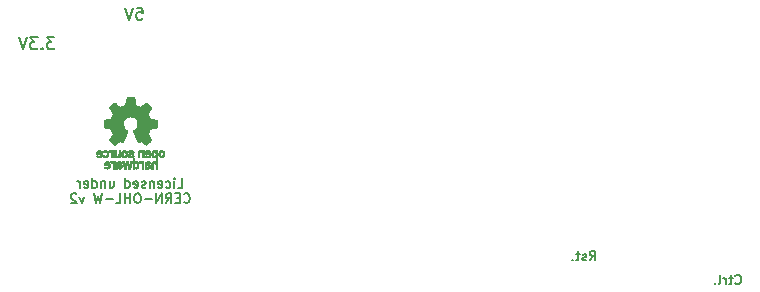
<source format=gbr>
%TF.GenerationSoftware,KiCad,Pcbnew,(6.0.7)*%
%TF.CreationDate,2023-11-05T16:54:42+01:00*%
%TF.ProjectId,rcp2n64adv2,72637032-6e36-4346-9164-76322e6b6963,v20231105*%
%TF.SameCoordinates,Original*%
%TF.FileFunction,Legend,Bot*%
%TF.FilePolarity,Positive*%
%FSLAX46Y46*%
G04 Gerber Fmt 4.6, Leading zero omitted, Abs format (unit mm)*
G04 Created by KiCad (PCBNEW (6.0.7)) date 2023-11-05 16:54:42*
%MOMM*%
%LPD*%
G01*
G04 APERTURE LIST*
%ADD10C,0.150000*%
%ADD11C,0.010000*%
G04 APERTURE END LIST*
D10*
X150275238Y-111291904D02*
X150541904Y-110910952D01*
X150732380Y-111291904D02*
X150732380Y-110491904D01*
X150427619Y-110491904D01*
X150351428Y-110530000D01*
X150313333Y-110568095D01*
X150275238Y-110644285D01*
X150275238Y-110758571D01*
X150313333Y-110834761D01*
X150351428Y-110872857D01*
X150427619Y-110910952D01*
X150732380Y-110910952D01*
X149970476Y-111253809D02*
X149894285Y-111291904D01*
X149741904Y-111291904D01*
X149665714Y-111253809D01*
X149627619Y-111177619D01*
X149627619Y-111139523D01*
X149665714Y-111063333D01*
X149741904Y-111025238D01*
X149856190Y-111025238D01*
X149932380Y-110987142D01*
X149970476Y-110910952D01*
X149970476Y-110872857D01*
X149932380Y-110796666D01*
X149856190Y-110758571D01*
X149741904Y-110758571D01*
X149665714Y-110796666D01*
X149399047Y-110758571D02*
X149094285Y-110758571D01*
X149284761Y-110491904D02*
X149284761Y-111177619D01*
X149246666Y-111253809D01*
X149170476Y-111291904D01*
X149094285Y-111291904D01*
X148827619Y-111215714D02*
X148789523Y-111253809D01*
X148827619Y-111291904D01*
X148865714Y-111253809D01*
X148827619Y-111215714D01*
X148827619Y-111291904D01*
X162568571Y-113225714D02*
X162606666Y-113263809D01*
X162720952Y-113301904D01*
X162797142Y-113301904D01*
X162911428Y-113263809D01*
X162987619Y-113187619D01*
X163025714Y-113111428D01*
X163063809Y-112959047D01*
X163063809Y-112844761D01*
X163025714Y-112692380D01*
X162987619Y-112616190D01*
X162911428Y-112540000D01*
X162797142Y-112501904D01*
X162720952Y-112501904D01*
X162606666Y-112540000D01*
X162568571Y-112578095D01*
X162340000Y-112768571D02*
X162035238Y-112768571D01*
X162225714Y-112501904D02*
X162225714Y-113187619D01*
X162187619Y-113263809D01*
X162111428Y-113301904D01*
X162035238Y-113301904D01*
X161768571Y-113301904D02*
X161768571Y-112768571D01*
X161768571Y-112920952D02*
X161730476Y-112844761D01*
X161692380Y-112806666D01*
X161616190Y-112768571D01*
X161540000Y-112768571D01*
X161159047Y-113301904D02*
X161235238Y-113263809D01*
X161273333Y-113187619D01*
X161273333Y-112501904D01*
X160854285Y-113225714D02*
X160816190Y-113263809D01*
X160854285Y-113301904D01*
X160892380Y-113263809D01*
X160854285Y-113225714D01*
X160854285Y-113301904D01*
X111890476Y-89902380D02*
X112366666Y-89902380D01*
X112414285Y-90378571D01*
X112366666Y-90330952D01*
X112271428Y-90283333D01*
X112033333Y-90283333D01*
X111938095Y-90330952D01*
X111890476Y-90378571D01*
X111842857Y-90473809D01*
X111842857Y-90711904D01*
X111890476Y-90807142D01*
X111938095Y-90854761D01*
X112033333Y-90902380D01*
X112271428Y-90902380D01*
X112366666Y-90854761D01*
X112414285Y-90807142D01*
X111557142Y-89902380D02*
X111223809Y-90902380D01*
X110890476Y-89902380D01*
X104926190Y-92402380D02*
X104307142Y-92402380D01*
X104640476Y-92783333D01*
X104497619Y-92783333D01*
X104402380Y-92830952D01*
X104354761Y-92878571D01*
X104307142Y-92973809D01*
X104307142Y-93211904D01*
X104354761Y-93307142D01*
X104402380Y-93354761D01*
X104497619Y-93402380D01*
X104783333Y-93402380D01*
X104878571Y-93354761D01*
X104926190Y-93307142D01*
X103878571Y-93307142D02*
X103830952Y-93354761D01*
X103878571Y-93402380D01*
X103926190Y-93354761D01*
X103878571Y-93307142D01*
X103878571Y-93402380D01*
X103497619Y-92402380D02*
X102878571Y-92402380D01*
X103211904Y-92783333D01*
X103069047Y-92783333D01*
X102973809Y-92830952D01*
X102926190Y-92878571D01*
X102878571Y-92973809D01*
X102878571Y-93211904D01*
X102926190Y-93307142D01*
X102973809Y-93354761D01*
X103069047Y-93402380D01*
X103354761Y-93402380D01*
X103450000Y-93354761D01*
X103497619Y-93307142D01*
X102592857Y-92402380D02*
X102259523Y-93402380D01*
X101926190Y-92402380D01*
X115350000Y-105137904D02*
X115730952Y-105137904D01*
X115730952Y-104337904D01*
X115083333Y-105137904D02*
X115083333Y-104604571D01*
X115083333Y-104337904D02*
X115121428Y-104376000D01*
X115083333Y-104414095D01*
X115045238Y-104376000D01*
X115083333Y-104337904D01*
X115083333Y-104414095D01*
X114359523Y-105099809D02*
X114435714Y-105137904D01*
X114588095Y-105137904D01*
X114664285Y-105099809D01*
X114702380Y-105061714D01*
X114740476Y-104985523D01*
X114740476Y-104756952D01*
X114702380Y-104680761D01*
X114664285Y-104642666D01*
X114588095Y-104604571D01*
X114435714Y-104604571D01*
X114359523Y-104642666D01*
X113711904Y-105099809D02*
X113788095Y-105137904D01*
X113940476Y-105137904D01*
X114016666Y-105099809D01*
X114054761Y-105023619D01*
X114054761Y-104718857D01*
X114016666Y-104642666D01*
X113940476Y-104604571D01*
X113788095Y-104604571D01*
X113711904Y-104642666D01*
X113673809Y-104718857D01*
X113673809Y-104795047D01*
X114054761Y-104871238D01*
X113330952Y-104604571D02*
X113330952Y-105137904D01*
X113330952Y-104680761D02*
X113292857Y-104642666D01*
X113216666Y-104604571D01*
X113102380Y-104604571D01*
X113026190Y-104642666D01*
X112988095Y-104718857D01*
X112988095Y-105137904D01*
X112645238Y-105099809D02*
X112569047Y-105137904D01*
X112416666Y-105137904D01*
X112340476Y-105099809D01*
X112302380Y-105023619D01*
X112302380Y-104985523D01*
X112340476Y-104909333D01*
X112416666Y-104871238D01*
X112530952Y-104871238D01*
X112607142Y-104833142D01*
X112645238Y-104756952D01*
X112645238Y-104718857D01*
X112607142Y-104642666D01*
X112530952Y-104604571D01*
X112416666Y-104604571D01*
X112340476Y-104642666D01*
X111654761Y-105099809D02*
X111730952Y-105137904D01*
X111883333Y-105137904D01*
X111959523Y-105099809D01*
X111997619Y-105023619D01*
X111997619Y-104718857D01*
X111959523Y-104642666D01*
X111883333Y-104604571D01*
X111730952Y-104604571D01*
X111654761Y-104642666D01*
X111616666Y-104718857D01*
X111616666Y-104795047D01*
X111997619Y-104871238D01*
X110930952Y-105137904D02*
X110930952Y-104337904D01*
X110930952Y-105099809D02*
X111007142Y-105137904D01*
X111159523Y-105137904D01*
X111235714Y-105099809D01*
X111273809Y-105061714D01*
X111311904Y-104985523D01*
X111311904Y-104756952D01*
X111273809Y-104680761D01*
X111235714Y-104642666D01*
X111159523Y-104604571D01*
X111007142Y-104604571D01*
X110930952Y-104642666D01*
X109597619Y-104604571D02*
X109597619Y-105137904D01*
X109940476Y-104604571D02*
X109940476Y-105023619D01*
X109902380Y-105099809D01*
X109826190Y-105137904D01*
X109711904Y-105137904D01*
X109635714Y-105099809D01*
X109597619Y-105061714D01*
X109216666Y-104604571D02*
X109216666Y-105137904D01*
X109216666Y-104680761D02*
X109178571Y-104642666D01*
X109102380Y-104604571D01*
X108988095Y-104604571D01*
X108911904Y-104642666D01*
X108873809Y-104718857D01*
X108873809Y-105137904D01*
X108150000Y-105137904D02*
X108150000Y-104337904D01*
X108150000Y-105099809D02*
X108226190Y-105137904D01*
X108378571Y-105137904D01*
X108454761Y-105099809D01*
X108492857Y-105061714D01*
X108530952Y-104985523D01*
X108530952Y-104756952D01*
X108492857Y-104680761D01*
X108454761Y-104642666D01*
X108378571Y-104604571D01*
X108226190Y-104604571D01*
X108150000Y-104642666D01*
X107464285Y-105099809D02*
X107540476Y-105137904D01*
X107692857Y-105137904D01*
X107769047Y-105099809D01*
X107807142Y-105023619D01*
X107807142Y-104718857D01*
X107769047Y-104642666D01*
X107692857Y-104604571D01*
X107540476Y-104604571D01*
X107464285Y-104642666D01*
X107426190Y-104718857D01*
X107426190Y-104795047D01*
X107807142Y-104871238D01*
X107083333Y-105137904D02*
X107083333Y-104604571D01*
X107083333Y-104756952D02*
X107045238Y-104680761D01*
X107007142Y-104642666D01*
X106930952Y-104604571D01*
X106854761Y-104604571D01*
X115883333Y-106349714D02*
X115921428Y-106387809D01*
X116035714Y-106425904D01*
X116111904Y-106425904D01*
X116226190Y-106387809D01*
X116302380Y-106311619D01*
X116340476Y-106235428D01*
X116378571Y-106083047D01*
X116378571Y-105968761D01*
X116340476Y-105816380D01*
X116302380Y-105740190D01*
X116226190Y-105664000D01*
X116111904Y-105625904D01*
X116035714Y-105625904D01*
X115921428Y-105664000D01*
X115883333Y-105702095D01*
X115540476Y-106006857D02*
X115273809Y-106006857D01*
X115159523Y-106425904D02*
X115540476Y-106425904D01*
X115540476Y-105625904D01*
X115159523Y-105625904D01*
X114359523Y-106425904D02*
X114626190Y-106044952D01*
X114816666Y-106425904D02*
X114816666Y-105625904D01*
X114511904Y-105625904D01*
X114435714Y-105664000D01*
X114397619Y-105702095D01*
X114359523Y-105778285D01*
X114359523Y-105892571D01*
X114397619Y-105968761D01*
X114435714Y-106006857D01*
X114511904Y-106044952D01*
X114816666Y-106044952D01*
X114016666Y-106425904D02*
X114016666Y-105625904D01*
X113559523Y-106425904D01*
X113559523Y-105625904D01*
X113178571Y-106121142D02*
X112569047Y-106121142D01*
X112035714Y-105625904D02*
X111883333Y-105625904D01*
X111807142Y-105664000D01*
X111730952Y-105740190D01*
X111692857Y-105892571D01*
X111692857Y-106159238D01*
X111730952Y-106311619D01*
X111807142Y-106387809D01*
X111883333Y-106425904D01*
X112035714Y-106425904D01*
X112111904Y-106387809D01*
X112188095Y-106311619D01*
X112226190Y-106159238D01*
X112226190Y-105892571D01*
X112188095Y-105740190D01*
X112111904Y-105664000D01*
X112035714Y-105625904D01*
X111350000Y-106425904D02*
X111350000Y-105625904D01*
X111350000Y-106006857D02*
X110892857Y-106006857D01*
X110892857Y-106425904D02*
X110892857Y-105625904D01*
X110130952Y-106425904D02*
X110511904Y-106425904D01*
X110511904Y-105625904D01*
X109864285Y-106121142D02*
X109254761Y-106121142D01*
X108950000Y-105625904D02*
X108759523Y-106425904D01*
X108607142Y-105854476D01*
X108454761Y-106425904D01*
X108264285Y-105625904D01*
X107426190Y-105892571D02*
X107235714Y-106425904D01*
X107045238Y-105892571D01*
X106778571Y-105702095D02*
X106740476Y-105664000D01*
X106664285Y-105625904D01*
X106473809Y-105625904D01*
X106397619Y-105664000D01*
X106359523Y-105702095D01*
X106321428Y-105778285D01*
X106321428Y-105854476D01*
X106359523Y-105968761D01*
X106816666Y-106425904D01*
X106321428Y-106425904D01*
%TO.C,REF\u002A\u002A*%
G36*
X108967825Y-102316121D02*
G01*
X108967615Y-102318014D01*
X108949535Y-102406325D01*
X108916870Y-102474986D01*
X108868601Y-102525506D01*
X108803713Y-102559393D01*
X108791801Y-102563268D01*
X108717971Y-102574688D01*
X108641614Y-102568320D01*
X108570626Y-102545563D01*
X108512904Y-102507819D01*
X108469667Y-102467872D01*
X108515625Y-102431532D01*
X108561583Y-102395193D01*
X108616969Y-102422101D01*
X108681056Y-102443905D01*
X108737632Y-102444558D01*
X108783920Y-102424525D01*
X108817230Y-102384315D01*
X108829171Y-102360222D01*
X108835837Y-102339630D01*
X108831980Y-102325720D01*
X108814675Y-102317181D01*
X108780997Y-102312704D01*
X108728021Y-102310978D01*
X108652822Y-102310693D01*
X108470495Y-102310693D01*
X108470495Y-102223492D01*
X108471857Y-102185210D01*
X108600234Y-102185210D01*
X108606399Y-102192251D01*
X108624654Y-102195916D01*
X108659352Y-102197306D01*
X108714846Y-102197525D01*
X108744603Y-102197176D01*
X108791562Y-102194867D01*
X108823416Y-102190822D01*
X108835148Y-102185542D01*
X108832146Y-102166062D01*
X108810988Y-102128786D01*
X108775731Y-102098164D01*
X108733699Y-102079668D01*
X108692220Y-102078773D01*
X108660997Y-102093604D01*
X108625618Y-102127355D01*
X108603122Y-102169233D01*
X108601805Y-102173690D01*
X108600234Y-102185210D01*
X108471857Y-102185210D01*
X108472136Y-102177371D01*
X108476955Y-102131740D01*
X108483840Y-102100893D01*
X108488859Y-102089117D01*
X108525390Y-102036667D01*
X108578175Y-101992921D01*
X108639904Y-101964279D01*
X108672102Y-101956457D01*
X108748820Y-101952896D01*
X108817179Y-101971009D01*
X108875299Y-102008779D01*
X108921302Y-102064191D01*
X108953310Y-102135229D01*
X108962900Y-102185542D01*
X108969444Y-102219878D01*
X108967825Y-102316121D01*
G37*
D11*
X108967825Y-102316121D02*
X108967615Y-102318014D01*
X108949535Y-102406325D01*
X108916870Y-102474986D01*
X108868601Y-102525506D01*
X108803713Y-102559393D01*
X108791801Y-102563268D01*
X108717971Y-102574688D01*
X108641614Y-102568320D01*
X108570626Y-102545563D01*
X108512904Y-102507819D01*
X108469667Y-102467872D01*
X108515625Y-102431532D01*
X108561583Y-102395193D01*
X108616969Y-102422101D01*
X108681056Y-102443905D01*
X108737632Y-102444558D01*
X108783920Y-102424525D01*
X108817230Y-102384315D01*
X108829171Y-102360222D01*
X108835837Y-102339630D01*
X108831980Y-102325720D01*
X108814675Y-102317181D01*
X108780997Y-102312704D01*
X108728021Y-102310978D01*
X108652822Y-102310693D01*
X108470495Y-102310693D01*
X108470495Y-102223492D01*
X108471857Y-102185210D01*
X108600234Y-102185210D01*
X108606399Y-102192251D01*
X108624654Y-102195916D01*
X108659352Y-102197306D01*
X108714846Y-102197525D01*
X108744603Y-102197176D01*
X108791562Y-102194867D01*
X108823416Y-102190822D01*
X108835148Y-102185542D01*
X108832146Y-102166062D01*
X108810988Y-102128786D01*
X108775731Y-102098164D01*
X108733699Y-102079668D01*
X108692220Y-102078773D01*
X108660997Y-102093604D01*
X108625618Y-102127355D01*
X108603122Y-102169233D01*
X108601805Y-102173690D01*
X108600234Y-102185210D01*
X108471857Y-102185210D01*
X108472136Y-102177371D01*
X108476955Y-102131740D01*
X108483840Y-102100893D01*
X108488859Y-102089117D01*
X108525390Y-102036667D01*
X108578175Y-101992921D01*
X108639904Y-101964279D01*
X108672102Y-101956457D01*
X108748820Y-101952896D01*
X108817179Y-101971009D01*
X108875299Y-102008779D01*
X108921302Y-102064191D01*
X108953310Y-102135229D01*
X108962900Y-102185542D01*
X108969444Y-102219878D01*
X108967825Y-102316121D01*
G36*
X111448874Y-101958207D02*
G01*
X111521495Y-101976408D01*
X111574546Y-102010144D01*
X111608329Y-102059642D01*
X111623147Y-102125126D01*
X111620147Y-102187820D01*
X111598493Y-102240699D01*
X111556967Y-102279796D01*
X111494736Y-102305873D01*
X111410969Y-102319695D01*
X111356540Y-102326940D01*
X111306860Y-102342615D01*
X111281211Y-102365314D01*
X111279662Y-102394998D01*
X111289984Y-102413507D01*
X111321951Y-102435443D01*
X111367395Y-102445818D01*
X111420649Y-102444399D01*
X111476048Y-102430952D01*
X111527928Y-102405243D01*
X111579653Y-102371013D01*
X111625148Y-102417049D01*
X111670643Y-102463084D01*
X111632921Y-102493876D01*
X111618253Y-102504574D01*
X111576983Y-102528880D01*
X111532327Y-102549825D01*
X111496984Y-102561845D01*
X111445234Y-102570552D01*
X111381435Y-102570667D01*
X111303200Y-102561081D01*
X111232722Y-102536783D01*
X111182836Y-102498188D01*
X111153423Y-102445198D01*
X111144365Y-102377718D01*
X111150921Y-102318354D01*
X111171970Y-102269752D01*
X111209864Y-102234946D01*
X111267004Y-102211798D01*
X111345785Y-102198170D01*
X111354834Y-102197183D01*
X111403885Y-102190892D01*
X111443675Y-102184309D01*
X111466312Y-102178708D01*
X111473866Y-102174197D01*
X111486637Y-102150941D01*
X111484563Y-102121171D01*
X111467495Y-102095327D01*
X111458533Y-102089691D01*
X111421188Y-102080660D01*
X111372950Y-102081267D01*
X111322650Y-102090878D01*
X111279115Y-102108858D01*
X111233372Y-102135847D01*
X111197890Y-102094384D01*
X111189280Y-102083850D01*
X111169883Y-102055632D01*
X111161897Y-102036508D01*
X111170283Y-102024781D01*
X111196226Y-102006476D01*
X111233688Y-101986777D01*
X111238966Y-101984370D01*
X111288366Y-101965482D01*
X111335983Y-101956452D01*
X111395072Y-101954639D01*
X111448874Y-101958207D01*
G37*
X111448874Y-101958207D02*
X111521495Y-101976408D01*
X111574546Y-102010144D01*
X111608329Y-102059642D01*
X111623147Y-102125126D01*
X111620147Y-102187820D01*
X111598493Y-102240699D01*
X111556967Y-102279796D01*
X111494736Y-102305873D01*
X111410969Y-102319695D01*
X111356540Y-102326940D01*
X111306860Y-102342615D01*
X111281211Y-102365314D01*
X111279662Y-102394998D01*
X111289984Y-102413507D01*
X111321951Y-102435443D01*
X111367395Y-102445818D01*
X111420649Y-102444399D01*
X111476048Y-102430952D01*
X111527928Y-102405243D01*
X111579653Y-102371013D01*
X111625148Y-102417049D01*
X111670643Y-102463084D01*
X111632921Y-102493876D01*
X111618253Y-102504574D01*
X111576983Y-102528880D01*
X111532327Y-102549825D01*
X111496984Y-102561845D01*
X111445234Y-102570552D01*
X111381435Y-102570667D01*
X111303200Y-102561081D01*
X111232722Y-102536783D01*
X111182836Y-102498188D01*
X111153423Y-102445198D01*
X111144365Y-102377718D01*
X111150921Y-102318354D01*
X111171970Y-102269752D01*
X111209864Y-102234946D01*
X111267004Y-102211798D01*
X111345785Y-102198170D01*
X111354834Y-102197183D01*
X111403885Y-102190892D01*
X111443675Y-102184309D01*
X111466312Y-102178708D01*
X111473866Y-102174197D01*
X111486637Y-102150941D01*
X111484563Y-102121171D01*
X111467495Y-102095327D01*
X111458533Y-102089691D01*
X111421188Y-102080660D01*
X111372950Y-102081267D01*
X111322650Y-102090878D01*
X111279115Y-102108858D01*
X111233372Y-102135847D01*
X111197890Y-102094384D01*
X111189280Y-102083850D01*
X111169883Y-102055632D01*
X111161897Y-102036508D01*
X111170283Y-102024781D01*
X111196226Y-102006476D01*
X111233688Y-101986777D01*
X111238966Y-101984370D01*
X111288366Y-101965482D01*
X111335983Y-101956452D01*
X111395072Y-101954639D01*
X111448874Y-101958207D01*
G36*
X110624244Y-103409419D02*
G01*
X110591277Y-103458255D01*
X110541270Y-103493386D01*
X110536362Y-103495521D01*
X110481646Y-103510903D01*
X110419993Y-103516899D01*
X110361376Y-103513233D01*
X110315767Y-103499629D01*
X110297549Y-103490754D01*
X110284179Y-103488637D01*
X110281188Y-103499706D01*
X110275524Y-103509942D01*
X110253607Y-103516038D01*
X110211068Y-103517822D01*
X110140948Y-103517822D01*
X110144680Y-103297773D01*
X110281188Y-103297773D01*
X110285924Y-103330666D01*
X110306336Y-103366931D01*
X110313871Y-103373597D01*
X110344753Y-103387620D01*
X110391213Y-103391228D01*
X110419090Y-103389819D01*
X110471255Y-103379204D01*
X110503587Y-103359425D01*
X110514492Y-103331824D01*
X110502374Y-103297743D01*
X110495304Y-103288824D01*
X110463724Y-103268818D01*
X110413744Y-103257395D01*
X110342487Y-103253763D01*
X110281188Y-103253763D01*
X110281188Y-103297773D01*
X110144680Y-103297773D01*
X110145053Y-103275768D01*
X110146169Y-103219794D01*
X110149106Y-103135996D01*
X110154058Y-103071920D01*
X110162002Y-103024073D01*
X110173917Y-102988962D01*
X110190780Y-102963093D01*
X110213572Y-102942974D01*
X110243269Y-102925110D01*
X110258589Y-102918290D01*
X110311589Y-102905417D01*
X110375513Y-102900095D01*
X110441602Y-102902227D01*
X110501099Y-102911714D01*
X110545247Y-102928461D01*
X110560604Y-102938185D01*
X110595960Y-102967005D01*
X110607926Y-102991137D01*
X110605020Y-102995800D01*
X110586909Y-103012088D01*
X110557672Y-103033817D01*
X110542725Y-103043987D01*
X110517270Y-103058397D01*
X110500728Y-103059773D01*
X110485370Y-103049827D01*
X110447094Y-103029684D01*
X110395590Y-103021400D01*
X110342957Y-103027742D01*
X110341961Y-103028030D01*
X110304838Y-103044158D01*
X110286463Y-103069405D01*
X110281380Y-103111158D01*
X110281188Y-103150879D01*
X110412423Y-103155168D01*
X110433331Y-103155873D01*
X110486043Y-103158326D01*
X110521381Y-103162180D01*
X110545267Y-103168878D01*
X110563624Y-103179864D01*
X110582376Y-103196580D01*
X110613337Y-103235244D01*
X110636029Y-103292456D01*
X110638254Y-103331824D01*
X110639413Y-103352333D01*
X110624244Y-103409419D01*
G37*
X110624244Y-103409419D02*
X110591277Y-103458255D01*
X110541270Y-103493386D01*
X110536362Y-103495521D01*
X110481646Y-103510903D01*
X110419993Y-103516899D01*
X110361376Y-103513233D01*
X110315767Y-103499629D01*
X110297549Y-103490754D01*
X110284179Y-103488637D01*
X110281188Y-103499706D01*
X110275524Y-103509942D01*
X110253607Y-103516038D01*
X110211068Y-103517822D01*
X110140948Y-103517822D01*
X110144680Y-103297773D01*
X110281188Y-103297773D01*
X110285924Y-103330666D01*
X110306336Y-103366931D01*
X110313871Y-103373597D01*
X110344753Y-103387620D01*
X110391213Y-103391228D01*
X110419090Y-103389819D01*
X110471255Y-103379204D01*
X110503587Y-103359425D01*
X110514492Y-103331824D01*
X110502374Y-103297743D01*
X110495304Y-103288824D01*
X110463724Y-103268818D01*
X110413744Y-103257395D01*
X110342487Y-103253763D01*
X110281188Y-103253763D01*
X110281188Y-103297773D01*
X110144680Y-103297773D01*
X110145053Y-103275768D01*
X110146169Y-103219794D01*
X110149106Y-103135996D01*
X110154058Y-103071920D01*
X110162002Y-103024073D01*
X110173917Y-102988962D01*
X110190780Y-102963093D01*
X110213572Y-102942974D01*
X110243269Y-102925110D01*
X110258589Y-102918290D01*
X110311589Y-102905417D01*
X110375513Y-102900095D01*
X110441602Y-102902227D01*
X110501099Y-102911714D01*
X110545247Y-102928461D01*
X110560604Y-102938185D01*
X110595960Y-102967005D01*
X110607926Y-102991137D01*
X110605020Y-102995800D01*
X110586909Y-103012088D01*
X110557672Y-103033817D01*
X110542725Y-103043987D01*
X110517270Y-103058397D01*
X110500728Y-103059773D01*
X110485370Y-103049827D01*
X110447094Y-103029684D01*
X110395590Y-103021400D01*
X110342957Y-103027742D01*
X110341961Y-103028030D01*
X110304838Y-103044158D01*
X110286463Y-103069405D01*
X110281380Y-103111158D01*
X110281188Y-103150879D01*
X110412423Y-103155168D01*
X110433331Y-103155873D01*
X110486043Y-103158326D01*
X110521381Y-103162180D01*
X110545267Y-103168878D01*
X110563624Y-103179864D01*
X110582376Y-103196580D01*
X110613337Y-103235244D01*
X110636029Y-103292456D01*
X110638254Y-103331824D01*
X110639413Y-103352333D01*
X110624244Y-103409419D01*
G36*
X110130297Y-102154342D02*
G01*
X110131357Y-102242394D01*
X110135509Y-102313510D01*
X110143921Y-102365199D01*
X110157757Y-102400360D01*
X110178182Y-102421889D01*
X110206364Y-102432682D01*
X110243465Y-102435636D01*
X110278890Y-102433000D01*
X110307500Y-102422679D01*
X110328296Y-102401772D01*
X110342442Y-102367381D01*
X110351103Y-102316610D01*
X110355445Y-102246563D01*
X110356633Y-102154342D01*
X110356633Y-101958614D01*
X110482376Y-101958614D01*
X110482376Y-102194578D01*
X110482160Y-102257561D01*
X110480484Y-102339007D01*
X110476277Y-102401121D01*
X110468521Y-102447458D01*
X110456196Y-102481573D01*
X110438285Y-102507022D01*
X110413767Y-102527362D01*
X110381623Y-102546147D01*
X110314125Y-102569928D01*
X110243681Y-102571480D01*
X110177264Y-102549580D01*
X110148286Y-102535383D01*
X110133909Y-102533261D01*
X110130297Y-102543293D01*
X110124299Y-102554556D01*
X110102830Y-102560489D01*
X110061138Y-102562179D01*
X109991980Y-102562179D01*
X109991980Y-101958614D01*
X110130297Y-101958614D01*
X110130297Y-102154342D01*
G37*
X110130297Y-102154342D02*
X110131357Y-102242394D01*
X110135509Y-102313510D01*
X110143921Y-102365199D01*
X110157757Y-102400360D01*
X110178182Y-102421889D01*
X110206364Y-102432682D01*
X110243465Y-102435636D01*
X110278890Y-102433000D01*
X110307500Y-102422679D01*
X110328296Y-102401772D01*
X110342442Y-102367381D01*
X110351103Y-102316610D01*
X110355445Y-102246563D01*
X110356633Y-102154342D01*
X110356633Y-101958614D01*
X110482376Y-101958614D01*
X110482376Y-102194578D01*
X110482160Y-102257561D01*
X110480484Y-102339007D01*
X110476277Y-102401121D01*
X110468521Y-102447458D01*
X110456196Y-102481573D01*
X110438285Y-102507022D01*
X110413767Y-102527362D01*
X110381623Y-102546147D01*
X110314125Y-102569928D01*
X110243681Y-102571480D01*
X110177264Y-102549580D01*
X110148286Y-102535383D01*
X110133909Y-102533261D01*
X110130297Y-102543293D01*
X110124299Y-102554556D01*
X110102830Y-102560489D01*
X110061138Y-102562179D01*
X109991980Y-102562179D01*
X109991980Y-101958614D01*
X110130297Y-101958614D01*
X110130297Y-102154342D01*
G36*
X111182997Y-103099130D02*
G01*
X111199997Y-103149850D01*
X111220107Y-103205997D01*
X111236899Y-103248532D01*
X111248986Y-103273990D01*
X111254980Y-103278903D01*
X111256426Y-103274630D01*
X111264254Y-103248422D01*
X111276723Y-103204649D01*
X111292447Y-103148211D01*
X111310043Y-103084010D01*
X111357914Y-102907971D01*
X111431007Y-102904152D01*
X111437177Y-102903846D01*
X111476592Y-102903441D01*
X111495533Y-102907487D01*
X111497945Y-102916726D01*
X111494898Y-102925749D01*
X111484874Y-102956632D01*
X111469180Y-103005544D01*
X111448934Y-103068987D01*
X111425256Y-103143462D01*
X111399263Y-103225471D01*
X111306736Y-103517822D01*
X111190993Y-103517822D01*
X111136457Y-103332352D01*
X111126386Y-103298294D01*
X111107775Y-103236378D01*
X111091872Y-103184787D01*
X111080109Y-103148130D01*
X111073918Y-103131018D01*
X111072154Y-103129741D01*
X111063571Y-103140779D01*
X111051316Y-103169969D01*
X111037426Y-103212750D01*
X111036692Y-103215263D01*
X111018096Y-103278400D01*
X110996818Y-103349889D01*
X110977321Y-103414734D01*
X110945705Y-103519122D01*
X110887402Y-103515328D01*
X110829098Y-103511535D01*
X110775098Y-103341782D01*
X110751390Y-103267193D01*
X110724833Y-103183539D01*
X110699404Y-103103342D01*
X110678354Y-103036857D01*
X110635609Y-102901683D01*
X110778612Y-102901683D01*
X110813274Y-103030570D01*
X110822488Y-103064625D01*
X110839915Y-103128115D01*
X110856054Y-103185874D01*
X110868322Y-103228614D01*
X110888709Y-103297773D01*
X111018745Y-102907971D01*
X111068476Y-102904237D01*
X111118206Y-102900504D01*
X111182997Y-103099130D01*
G37*
X111182997Y-103099130D02*
X111199997Y-103149850D01*
X111220107Y-103205997D01*
X111236899Y-103248532D01*
X111248986Y-103273990D01*
X111254980Y-103278903D01*
X111256426Y-103274630D01*
X111264254Y-103248422D01*
X111276723Y-103204649D01*
X111292447Y-103148211D01*
X111310043Y-103084010D01*
X111357914Y-102907971D01*
X111431007Y-102904152D01*
X111437177Y-102903846D01*
X111476592Y-102903441D01*
X111495533Y-102907487D01*
X111497945Y-102916726D01*
X111494898Y-102925749D01*
X111484874Y-102956632D01*
X111469180Y-103005544D01*
X111448934Y-103068987D01*
X111425256Y-103143462D01*
X111399263Y-103225471D01*
X111306736Y-103517822D01*
X111190993Y-103517822D01*
X111136457Y-103332352D01*
X111126386Y-103298294D01*
X111107775Y-103236378D01*
X111091872Y-103184787D01*
X111080109Y-103148130D01*
X111073918Y-103131018D01*
X111072154Y-103129741D01*
X111063571Y-103140779D01*
X111051316Y-103169969D01*
X111037426Y-103212750D01*
X111036692Y-103215263D01*
X111018096Y-103278400D01*
X110996818Y-103349889D01*
X110977321Y-103414734D01*
X110945705Y-103519122D01*
X110887402Y-103515328D01*
X110829098Y-103511535D01*
X110775098Y-103341782D01*
X110751390Y-103267193D01*
X110724833Y-103183539D01*
X110699404Y-103103342D01*
X110678354Y-103036857D01*
X110635609Y-102901683D01*
X110778612Y-102901683D01*
X110813274Y-103030570D01*
X110822488Y-103064625D01*
X110839915Y-103128115D01*
X110856054Y-103185874D01*
X110868322Y-103228614D01*
X110888709Y-103297773D01*
X111018745Y-102907971D01*
X111068476Y-102904237D01*
X111118206Y-102900504D01*
X111182997Y-103099130D01*
G36*
X109612718Y-103256692D02*
G01*
X109597827Y-103346459D01*
X109567185Y-103417045D01*
X109520524Y-103468952D01*
X109457574Y-103502686D01*
X109437235Y-103508647D01*
X109364612Y-103516971D01*
X109287928Y-103509946D01*
X109218663Y-103488265D01*
X109194262Y-103475959D01*
X109159275Y-103454879D01*
X109138072Y-103437534D01*
X109134942Y-103433571D01*
X109129085Y-103419077D01*
X109137524Y-103403321D01*
X109163221Y-103379460D01*
X109175622Y-103369072D01*
X109200052Y-103350063D01*
X109212861Y-103342293D01*
X109216530Y-103343094D01*
X109237561Y-103351745D01*
X109268960Y-103366931D01*
X109279197Y-103371926D01*
X109339590Y-103390475D01*
X109392057Y-103385694D01*
X109438065Y-103357500D01*
X109443419Y-103352291D01*
X109469013Y-103319659D01*
X109483637Y-103288342D01*
X109491736Y-103253763D01*
X109111782Y-103253763D01*
X109111852Y-103187748D01*
X109111892Y-103181182D01*
X109117022Y-103128218D01*
X109250099Y-103128218D01*
X109251670Y-103139203D01*
X109259738Y-103146773D01*
X109278967Y-103150975D01*
X109314019Y-103152783D01*
X109369554Y-103153169D01*
X109400429Y-103152768D01*
X109446002Y-103150429D01*
X109477348Y-103146465D01*
X109489010Y-103141413D01*
X109479064Y-103099827D01*
X109449947Y-103061013D01*
X109407952Y-103034086D01*
X109359440Y-103024772D01*
X109323723Y-103035272D01*
X109288020Y-103060940D01*
X109260879Y-103094381D01*
X109250099Y-103128218D01*
X109117022Y-103128218D01*
X109119758Y-103099965D01*
X109142655Y-103033895D01*
X109182607Y-102976940D01*
X109206979Y-102952848D01*
X109257315Y-102920597D01*
X109317419Y-102904970D01*
X109393338Y-102903871D01*
X109430010Y-102908179D01*
X109497703Y-102930549D01*
X109549530Y-102971263D01*
X109585945Y-103030949D01*
X109607401Y-103110236D01*
X109609579Y-103141413D01*
X109614353Y-103209753D01*
X109612718Y-103256692D01*
G37*
X109612718Y-103256692D02*
X109597827Y-103346459D01*
X109567185Y-103417045D01*
X109520524Y-103468952D01*
X109457574Y-103502686D01*
X109437235Y-103508647D01*
X109364612Y-103516971D01*
X109287928Y-103509946D01*
X109218663Y-103488265D01*
X109194262Y-103475959D01*
X109159275Y-103454879D01*
X109138072Y-103437534D01*
X109134942Y-103433571D01*
X109129085Y-103419077D01*
X109137524Y-103403321D01*
X109163221Y-103379460D01*
X109175622Y-103369072D01*
X109200052Y-103350063D01*
X109212861Y-103342293D01*
X109216530Y-103343094D01*
X109237561Y-103351745D01*
X109268960Y-103366931D01*
X109279197Y-103371926D01*
X109339590Y-103390475D01*
X109392057Y-103385694D01*
X109438065Y-103357500D01*
X109443419Y-103352291D01*
X109469013Y-103319659D01*
X109483637Y-103288342D01*
X109491736Y-103253763D01*
X109111782Y-103253763D01*
X109111852Y-103187748D01*
X109111892Y-103181182D01*
X109117022Y-103128218D01*
X109250099Y-103128218D01*
X109251670Y-103139203D01*
X109259738Y-103146773D01*
X109278967Y-103150975D01*
X109314019Y-103152783D01*
X109369554Y-103153169D01*
X109400429Y-103152768D01*
X109446002Y-103150429D01*
X109477348Y-103146465D01*
X109489010Y-103141413D01*
X109479064Y-103099827D01*
X109449947Y-103061013D01*
X109407952Y-103034086D01*
X109359440Y-103024772D01*
X109323723Y-103035272D01*
X109288020Y-103060940D01*
X109260879Y-103094381D01*
X109250099Y-103128218D01*
X109117022Y-103128218D01*
X109119758Y-103099965D01*
X109142655Y-103033895D01*
X109182607Y-102976940D01*
X109206979Y-102952848D01*
X109257315Y-102920597D01*
X109317419Y-102904970D01*
X109393338Y-102903871D01*
X109430010Y-102908179D01*
X109497703Y-102930549D01*
X109549530Y-102971263D01*
X109585945Y-103030949D01*
X109607401Y-103110236D01*
X109609579Y-103141413D01*
X109614353Y-103209753D01*
X109612718Y-103256692D01*
G36*
X112232605Y-101957424D02*
G01*
X112289926Y-101975434D01*
X112315199Y-101987674D01*
X112327910Y-101988938D01*
X112330792Y-101977798D01*
X112330795Y-101977461D01*
X112337006Y-101966087D01*
X112358428Y-101960256D01*
X112399950Y-101958614D01*
X112469109Y-101958614D01*
X112469109Y-102562179D01*
X112330792Y-102562179D01*
X112330792Y-102354132D01*
X112330697Y-102283879D01*
X112330051Y-102226170D01*
X112328320Y-102185787D01*
X112324974Y-102158615D01*
X112319481Y-102140540D01*
X112311310Y-102127447D01*
X112299928Y-102115221D01*
X112284424Y-102102217D01*
X112239843Y-102084745D01*
X112193047Y-102089873D01*
X112150180Y-102117507D01*
X112137927Y-102130368D01*
X112129132Y-102143384D01*
X112123233Y-102160706D01*
X112119651Y-102186501D01*
X112117809Y-102224939D01*
X112117128Y-102280189D01*
X112117030Y-102356418D01*
X112117030Y-102562179D01*
X111978713Y-102562179D01*
X111978989Y-102338985D01*
X111979008Y-102329044D01*
X111980207Y-102234106D01*
X111983891Y-102160358D01*
X111991006Y-102104214D01*
X112002500Y-102062087D01*
X112019318Y-102030391D01*
X112042409Y-102005541D01*
X112072717Y-101983950D01*
X112104012Y-101969002D01*
X112167037Y-101955421D01*
X112232605Y-101957424D01*
G37*
X112232605Y-101957424D02*
X112289926Y-101975434D01*
X112315199Y-101987674D01*
X112327910Y-101988938D01*
X112330792Y-101977798D01*
X112330795Y-101977461D01*
X112337006Y-101966087D01*
X112358428Y-101960256D01*
X112399950Y-101958614D01*
X112469109Y-101958614D01*
X112469109Y-102562179D01*
X112330792Y-102562179D01*
X112330792Y-102354132D01*
X112330697Y-102283879D01*
X112330051Y-102226170D01*
X112328320Y-102185787D01*
X112324974Y-102158615D01*
X112319481Y-102140540D01*
X112311310Y-102127447D01*
X112299928Y-102115221D01*
X112284424Y-102102217D01*
X112239843Y-102084745D01*
X112193047Y-102089873D01*
X112150180Y-102117507D01*
X112137927Y-102130368D01*
X112129132Y-102143384D01*
X112123233Y-102160706D01*
X112119651Y-102186501D01*
X112117809Y-102224939D01*
X112117128Y-102280189D01*
X112117030Y-102356418D01*
X112117030Y-102562179D01*
X111978713Y-102562179D01*
X111978989Y-102338985D01*
X111979008Y-102329044D01*
X111980207Y-102234106D01*
X111983891Y-102160358D01*
X111991006Y-102104214D01*
X112002500Y-102062087D01*
X112019318Y-102030391D01*
X112042409Y-102005541D01*
X112072717Y-101983950D01*
X112104012Y-101969002D01*
X112167037Y-101955421D01*
X112232605Y-101957424D01*
G36*
X112443960Y-103517822D02*
G01*
X112318218Y-103517822D01*
X112318218Y-103323740D01*
X112318078Y-103278594D01*
X112316649Y-103203823D01*
X112313029Y-103148467D01*
X112306434Y-103108702D01*
X112296079Y-103080700D01*
X112281178Y-103060635D01*
X112260946Y-103044681D01*
X112238859Y-103032792D01*
X112212705Y-103029421D01*
X112175508Y-103036917D01*
X112163555Y-103040038D01*
X112133718Y-103044735D01*
X112112383Y-103038005D01*
X112087655Y-103017177D01*
X112082963Y-103012647D01*
X112057020Y-102984626D01*
X112040291Y-102961843D01*
X112037996Y-102956355D01*
X112042543Y-102936088D01*
X112065602Y-102919884D01*
X112101995Y-102908513D01*
X112146544Y-102902740D01*
X112194072Y-102903334D01*
X112239400Y-102911063D01*
X112277351Y-102926694D01*
X112289381Y-102933993D01*
X112309632Y-102944676D01*
X112317129Y-102942230D01*
X112318218Y-102926647D01*
X112318473Y-102921053D01*
X112324539Y-102908660D01*
X112343356Y-102903020D01*
X112381089Y-102901683D01*
X112443960Y-102901683D01*
X112443960Y-103517822D01*
G37*
X112443960Y-103517822D02*
X112318218Y-103517822D01*
X112318218Y-103323740D01*
X112318078Y-103278594D01*
X112316649Y-103203823D01*
X112313029Y-103148467D01*
X112306434Y-103108702D01*
X112296079Y-103080700D01*
X112281178Y-103060635D01*
X112260946Y-103044681D01*
X112238859Y-103032792D01*
X112212705Y-103029421D01*
X112175508Y-103036917D01*
X112163555Y-103040038D01*
X112133718Y-103044735D01*
X112112383Y-103038005D01*
X112087655Y-103017177D01*
X112082963Y-103012647D01*
X112057020Y-102984626D01*
X112040291Y-102961843D01*
X112037996Y-102956355D01*
X112042543Y-102936088D01*
X112065602Y-102919884D01*
X112101995Y-102908513D01*
X112146544Y-102902740D01*
X112194072Y-102903334D01*
X112239400Y-102911063D01*
X112277351Y-102926694D01*
X112289381Y-102933993D01*
X112309632Y-102944676D01*
X112317129Y-102942230D01*
X112318218Y-102926647D01*
X112318473Y-102921053D01*
X112324539Y-102908660D01*
X112343356Y-102903020D01*
X112381089Y-102901683D01*
X112443960Y-102901683D01*
X112443960Y-103517822D01*
G36*
X109820265Y-102909965D02*
G01*
X109858255Y-102927745D01*
X109891386Y-102953806D01*
X109891386Y-102927745D01*
X109892211Y-102917849D01*
X109899893Y-102907358D01*
X109920667Y-102902725D01*
X109960544Y-102901683D01*
X110029703Y-102901683D01*
X110029703Y-103517822D01*
X109891386Y-103517822D01*
X109891386Y-103317226D01*
X109891369Y-103305710D01*
X109890189Y-103224758D01*
X109887294Y-103158817D01*
X109882888Y-103111258D01*
X109877181Y-103085452D01*
X109871940Y-103075710D01*
X109839676Y-103045156D01*
X109795730Y-103031631D01*
X109747743Y-103037941D01*
X109735973Y-103042217D01*
X109710898Y-103049776D01*
X109693762Y-103047428D01*
X109676518Y-103032064D01*
X109651124Y-103000571D01*
X109609936Y-102948568D01*
X109638886Y-102925125D01*
X109666405Y-102911015D01*
X109714745Y-102901486D01*
X109769230Y-102901174D01*
X109820265Y-102909965D01*
G37*
X109820265Y-102909965D02*
X109858255Y-102927745D01*
X109891386Y-102953806D01*
X109891386Y-102927745D01*
X109892211Y-102917849D01*
X109899893Y-102907358D01*
X109920667Y-102902725D01*
X109960544Y-102901683D01*
X110029703Y-102901683D01*
X110029703Y-103517822D01*
X109891386Y-103517822D01*
X109891386Y-103317226D01*
X109891369Y-103305710D01*
X109890189Y-103224758D01*
X109887294Y-103158817D01*
X109882888Y-103111258D01*
X109877181Y-103085452D01*
X109871940Y-103075710D01*
X109839676Y-103045156D01*
X109795730Y-103031631D01*
X109747743Y-103037941D01*
X109735973Y-103042217D01*
X109710898Y-103049776D01*
X109693762Y-103047428D01*
X109676518Y-103032064D01*
X109651124Y-103000571D01*
X109609936Y-102948568D01*
X109638886Y-102925125D01*
X109666405Y-102911015D01*
X109714745Y-102901486D01*
X109769230Y-102901174D01*
X109820265Y-102909965D01*
G36*
X113061421Y-102272936D02*
G01*
X113060322Y-102311371D01*
X113047926Y-102395367D01*
X113020608Y-102461595D01*
X112976941Y-102512784D01*
X112915495Y-102551663D01*
X112855888Y-102569812D01*
X112781110Y-102573284D01*
X112705664Y-102559930D01*
X112638366Y-102530425D01*
X112613428Y-102514012D01*
X112585951Y-102492973D01*
X112573414Y-102479129D01*
X112574124Y-102473417D01*
X112588158Y-102453955D01*
X112614533Y-102430376D01*
X112660240Y-102395513D01*
X112713799Y-102422262D01*
X112728282Y-102428882D01*
X112770916Y-102443273D01*
X112806649Y-102449010D01*
X112832998Y-102444282D01*
X112874347Y-102421514D01*
X112909104Y-102386170D01*
X112928983Y-102345273D01*
X112937083Y-102310693D01*
X112557129Y-102310693D01*
X112557199Y-102244679D01*
X112557774Y-102223757D01*
X112561972Y-102178862D01*
X112695445Y-102178862D01*
X112695690Y-102181434D01*
X112702604Y-102189443D01*
X112722141Y-102194364D01*
X112758467Y-102196843D01*
X112815748Y-102197525D01*
X112834575Y-102197517D01*
X112883470Y-102197065D01*
X112912863Y-102195113D01*
X112927115Y-102190558D01*
X112930582Y-102182299D01*
X112927625Y-102169233D01*
X112927173Y-102167752D01*
X112901699Y-102122285D01*
X112861539Y-102090981D01*
X112813651Y-102079327D01*
X112795949Y-102080259D01*
X112763094Y-102091408D01*
X112731575Y-102119763D01*
X112723085Y-102129789D01*
X112703336Y-102158423D01*
X112695445Y-102178862D01*
X112561972Y-102178862D01*
X112562512Y-102173091D01*
X112570459Y-102131166D01*
X112579168Y-102107696D01*
X112609790Y-102056646D01*
X112650799Y-102010283D01*
X112694168Y-101978514D01*
X112706699Y-101972614D01*
X112779661Y-101953046D01*
X112854168Y-101955109D01*
X112924217Y-101977931D01*
X112983807Y-102020639D01*
X113016038Y-102060025D01*
X113042392Y-102115510D01*
X113056482Y-102182299D01*
X113057022Y-102184861D01*
X113061421Y-102272936D01*
G37*
X113061421Y-102272936D02*
X113060322Y-102311371D01*
X113047926Y-102395367D01*
X113020608Y-102461595D01*
X112976941Y-102512784D01*
X112915495Y-102551663D01*
X112855888Y-102569812D01*
X112781110Y-102573284D01*
X112705664Y-102559930D01*
X112638366Y-102530425D01*
X112613428Y-102514012D01*
X112585951Y-102492973D01*
X112573414Y-102479129D01*
X112574124Y-102473417D01*
X112588158Y-102453955D01*
X112614533Y-102430376D01*
X112660240Y-102395513D01*
X112713799Y-102422262D01*
X112728282Y-102428882D01*
X112770916Y-102443273D01*
X112806649Y-102449010D01*
X112832998Y-102444282D01*
X112874347Y-102421514D01*
X112909104Y-102386170D01*
X112928983Y-102345273D01*
X112937083Y-102310693D01*
X112557129Y-102310693D01*
X112557199Y-102244679D01*
X112557774Y-102223757D01*
X112561972Y-102178862D01*
X112695445Y-102178862D01*
X112695690Y-102181434D01*
X112702604Y-102189443D01*
X112722141Y-102194364D01*
X112758467Y-102196843D01*
X112815748Y-102197525D01*
X112834575Y-102197517D01*
X112883470Y-102197065D01*
X112912863Y-102195113D01*
X112927115Y-102190558D01*
X112930582Y-102182299D01*
X112927625Y-102169233D01*
X112927173Y-102167752D01*
X112901699Y-102122285D01*
X112861539Y-102090981D01*
X112813651Y-102079327D01*
X112795949Y-102080259D01*
X112763094Y-102091408D01*
X112731575Y-102119763D01*
X112723085Y-102129789D01*
X112703336Y-102158423D01*
X112695445Y-102178862D01*
X112561972Y-102178862D01*
X112562512Y-102173091D01*
X112570459Y-102131166D01*
X112579168Y-102107696D01*
X112609790Y-102056646D01*
X112650799Y-102010283D01*
X112694168Y-101978514D01*
X112706699Y-101972614D01*
X112779661Y-101953046D01*
X112854168Y-101955109D01*
X112924217Y-101977931D01*
X112983807Y-102020639D01*
X113016038Y-102060025D01*
X113042392Y-102115510D01*
X113056482Y-102182299D01*
X113057022Y-102184861D01*
X113061421Y-102272936D01*
G36*
X113559926Y-103515336D02*
G01*
X113493911Y-103511535D01*
X113490772Y-103310347D01*
X113489844Y-103261425D01*
X113487208Y-103187926D01*
X113482683Y-103133991D01*
X113475438Y-103095995D01*
X113464642Y-103070313D01*
X113449462Y-103053320D01*
X113429066Y-103041389D01*
X113390797Y-103029205D01*
X113352738Y-103033940D01*
X113312549Y-103059979D01*
X113273861Y-103092533D01*
X113273861Y-103517822D01*
X113135544Y-103517822D01*
X113135544Y-103287176D01*
X113135677Y-103214882D01*
X113136413Y-103150641D01*
X113138181Y-103103618D01*
X113141411Y-103069548D01*
X113146530Y-103044170D01*
X113153967Y-103023221D01*
X113164150Y-103002436D01*
X113166564Y-102998024D01*
X113198675Y-102955047D01*
X113236256Y-102925013D01*
X113281564Y-102909243D01*
X113341561Y-102902222D01*
X113401643Y-102906025D01*
X113450525Y-102920868D01*
X113487624Y-102940052D01*
X113487624Y-102524859D01*
X113436792Y-102551354D01*
X113415558Y-102560980D01*
X113348536Y-102574592D01*
X113281930Y-102565184D01*
X113220187Y-102533905D01*
X113167757Y-102481902D01*
X113159543Y-102469680D01*
X113151649Y-102451763D01*
X113146500Y-102427404D01*
X113143527Y-102391927D01*
X113142161Y-102340656D01*
X113141915Y-102287236D01*
X113274749Y-102287236D01*
X113274861Y-102331849D01*
X113278272Y-102361601D01*
X113285937Y-102382835D01*
X113298814Y-102401896D01*
X113315171Y-102419617D01*
X113341329Y-102433028D01*
X113380742Y-102436436D01*
X113415559Y-102433471D01*
X113450020Y-102418631D01*
X113472215Y-102388569D01*
X113484097Y-102340254D01*
X113487624Y-102270650D01*
X113486712Y-102233624D01*
X113477609Y-102163728D01*
X113458828Y-102116464D01*
X113430476Y-102092168D01*
X113401840Y-102085332D01*
X113351970Y-102088537D01*
X113309833Y-102108380D01*
X113299749Y-102117480D01*
X113289063Y-102133223D01*
X113282456Y-102156658D01*
X113278532Y-102193604D01*
X113275897Y-102249880D01*
X113274749Y-102287236D01*
X113141915Y-102287236D01*
X113141831Y-102268917D01*
X113141944Y-102236184D01*
X113143872Y-102160044D01*
X113149240Y-102103166D01*
X113159406Y-102061249D01*
X113175725Y-102029996D01*
X113199553Y-102005106D01*
X113232247Y-101982282D01*
X113258759Y-101969184D01*
X113321615Y-101954739D01*
X113387869Y-101956707D01*
X113446757Y-101975433D01*
X113472030Y-101987673D01*
X113484742Y-101988938D01*
X113487624Y-101977798D01*
X113487626Y-101977461D01*
X113493838Y-101966087D01*
X113515260Y-101960256D01*
X113556782Y-101958614D01*
X113625940Y-101958614D01*
X113625940Y-103519136D01*
X113559926Y-103515336D01*
G37*
X113559926Y-103515336D02*
X113493911Y-103511535D01*
X113490772Y-103310347D01*
X113489844Y-103261425D01*
X113487208Y-103187926D01*
X113482683Y-103133991D01*
X113475438Y-103095995D01*
X113464642Y-103070313D01*
X113449462Y-103053320D01*
X113429066Y-103041389D01*
X113390797Y-103029205D01*
X113352738Y-103033940D01*
X113312549Y-103059979D01*
X113273861Y-103092533D01*
X113273861Y-103517822D01*
X113135544Y-103517822D01*
X113135544Y-103287176D01*
X113135677Y-103214882D01*
X113136413Y-103150641D01*
X113138181Y-103103618D01*
X113141411Y-103069548D01*
X113146530Y-103044170D01*
X113153967Y-103023221D01*
X113164150Y-103002436D01*
X113166564Y-102998024D01*
X113198675Y-102955047D01*
X113236256Y-102925013D01*
X113281564Y-102909243D01*
X113341561Y-102902222D01*
X113401643Y-102906025D01*
X113450525Y-102920868D01*
X113487624Y-102940052D01*
X113487624Y-102524859D01*
X113436792Y-102551354D01*
X113415558Y-102560980D01*
X113348536Y-102574592D01*
X113281930Y-102565184D01*
X113220187Y-102533905D01*
X113167757Y-102481902D01*
X113159543Y-102469680D01*
X113151649Y-102451763D01*
X113146500Y-102427404D01*
X113143527Y-102391927D01*
X113142161Y-102340656D01*
X113141915Y-102287236D01*
X113274749Y-102287236D01*
X113274861Y-102331849D01*
X113278272Y-102361601D01*
X113285937Y-102382835D01*
X113298814Y-102401896D01*
X113315171Y-102419617D01*
X113341329Y-102433028D01*
X113380742Y-102436436D01*
X113415559Y-102433471D01*
X113450020Y-102418631D01*
X113472215Y-102388569D01*
X113484097Y-102340254D01*
X113487624Y-102270650D01*
X113486712Y-102233624D01*
X113477609Y-102163728D01*
X113458828Y-102116464D01*
X113430476Y-102092168D01*
X113401840Y-102085332D01*
X113351970Y-102088537D01*
X113309833Y-102108380D01*
X113299749Y-102117480D01*
X113289063Y-102133223D01*
X113282456Y-102156658D01*
X113278532Y-102193604D01*
X113275897Y-102249880D01*
X113274749Y-102287236D01*
X113141915Y-102287236D01*
X113141831Y-102268917D01*
X113141944Y-102236184D01*
X113143872Y-102160044D01*
X113149240Y-102103166D01*
X113159406Y-102061249D01*
X113175725Y-102029996D01*
X113199553Y-102005106D01*
X113232247Y-101982282D01*
X113258759Y-101969184D01*
X113321615Y-101954739D01*
X113387869Y-101956707D01*
X113446757Y-101975433D01*
X113472030Y-101987673D01*
X113484742Y-101988938D01*
X113487624Y-101977798D01*
X113487626Y-101977461D01*
X113493838Y-101966087D01*
X113515260Y-101960256D01*
X113556782Y-101958614D01*
X113625940Y-101958614D01*
X113625940Y-103519136D01*
X113559926Y-103515336D01*
G36*
X112039167Y-103310571D02*
G01*
X112035962Y-103348018D01*
X112035413Y-103351450D01*
X112013838Y-103412835D01*
X111974438Y-103464877D01*
X111922752Y-103500135D01*
X111867248Y-103514729D01*
X111798977Y-103513597D01*
X111736173Y-103494029D01*
X111719815Y-103485771D01*
X111698779Y-103476923D01*
X111690774Y-103479676D01*
X111689505Y-103494029D01*
X111688922Y-103501186D01*
X111681394Y-103511772D01*
X111660488Y-103516645D01*
X111620346Y-103517822D01*
X111551188Y-103517822D01*
X111551188Y-103215930D01*
X111689505Y-103215930D01*
X111690496Y-103268230D01*
X111694519Y-103303050D01*
X111703108Y-103326905D01*
X111717797Y-103346895D01*
X111756584Y-103376618D01*
X111801974Y-103386582D01*
X111845989Y-103374260D01*
X111883060Y-103339888D01*
X111892859Y-103314735D01*
X111900097Y-103270194D01*
X111903279Y-103216155D01*
X111902277Y-103160728D01*
X111896961Y-103112022D01*
X111887204Y-103078148D01*
X111884087Y-103072593D01*
X111854038Y-103044674D01*
X111813315Y-103032306D01*
X111769579Y-103035183D01*
X111730491Y-103053000D01*
X111703710Y-103085452D01*
X111702603Y-103088181D01*
X111695963Y-103118634D01*
X111691278Y-103164139D01*
X111689505Y-103215930D01*
X111551188Y-103215930D01*
X111551188Y-102662773D01*
X111689505Y-102662773D01*
X111689505Y-102955878D01*
X111715124Y-102932693D01*
X111739792Y-102918282D01*
X111786480Y-102906236D01*
X111841056Y-102902354D01*
X111894354Y-102907120D01*
X111937207Y-102921014D01*
X111967878Y-102940779D01*
X111999471Y-102974449D01*
X112020733Y-103019730D01*
X112033514Y-103080981D01*
X112039664Y-103162563D01*
X112040568Y-103195540D01*
X112040633Y-103216155D01*
X112040761Y-103256813D01*
X112039167Y-103310571D01*
G37*
X112039167Y-103310571D02*
X112035962Y-103348018D01*
X112035413Y-103351450D01*
X112013838Y-103412835D01*
X111974438Y-103464877D01*
X111922752Y-103500135D01*
X111867248Y-103514729D01*
X111798977Y-103513597D01*
X111736173Y-103494029D01*
X111719815Y-103485771D01*
X111698779Y-103476923D01*
X111690774Y-103479676D01*
X111689505Y-103494029D01*
X111688922Y-103501186D01*
X111681394Y-103511772D01*
X111660488Y-103516645D01*
X111620346Y-103517822D01*
X111551188Y-103517822D01*
X111551188Y-103215930D01*
X111689505Y-103215930D01*
X111690496Y-103268230D01*
X111694519Y-103303050D01*
X111703108Y-103326905D01*
X111717797Y-103346895D01*
X111756584Y-103376618D01*
X111801974Y-103386582D01*
X111845989Y-103374260D01*
X111883060Y-103339888D01*
X111892859Y-103314735D01*
X111900097Y-103270194D01*
X111903279Y-103216155D01*
X111902277Y-103160728D01*
X111896961Y-103112022D01*
X111887204Y-103078148D01*
X111884087Y-103072593D01*
X111854038Y-103044674D01*
X111813315Y-103032306D01*
X111769579Y-103035183D01*
X111730491Y-103053000D01*
X111703710Y-103085452D01*
X111702603Y-103088181D01*
X111695963Y-103118634D01*
X111691278Y-103164139D01*
X111689505Y-103215930D01*
X111551188Y-103215930D01*
X111551188Y-102662773D01*
X111689505Y-102662773D01*
X111689505Y-102955878D01*
X111715124Y-102932693D01*
X111739792Y-102918282D01*
X111786480Y-102906236D01*
X111841056Y-102902354D01*
X111894354Y-102907120D01*
X111937207Y-102921014D01*
X111967878Y-102940779D01*
X111999471Y-102974449D01*
X112020733Y-103019730D01*
X112033514Y-103080981D01*
X112039664Y-103162563D01*
X112040568Y-103195540D01*
X112040633Y-103216155D01*
X112040761Y-103256813D01*
X112039167Y-103310571D01*
G36*
X111714389Y-97790018D02*
G01*
X111771237Y-98091570D01*
X111981001Y-98178041D01*
X112190764Y-98264512D01*
X112442410Y-98093395D01*
X112492216Y-98059661D01*
X112558244Y-98015381D01*
X112615410Y-97977561D01*
X112660744Y-97948142D01*
X112691280Y-97929067D01*
X112704046Y-97922278D01*
X112711887Y-97927106D01*
X112735325Y-97947339D01*
X112770794Y-97980543D01*
X112815289Y-98023670D01*
X112865805Y-98073670D01*
X112919336Y-98127495D01*
X112972877Y-98182095D01*
X113023423Y-98234423D01*
X113067968Y-98281428D01*
X113103507Y-98320063D01*
X113127034Y-98347278D01*
X113135544Y-98360024D01*
X113133565Y-98365500D01*
X113119857Y-98389927D01*
X113094825Y-98430129D01*
X113060499Y-98482952D01*
X113018907Y-98545247D01*
X112972079Y-98613862D01*
X112946380Y-98651283D01*
X112902173Y-98716432D01*
X112864272Y-98773289D01*
X112834698Y-98818770D01*
X112815472Y-98849793D01*
X112808614Y-98863274D01*
X112808726Y-98864021D01*
X112814776Y-98881110D01*
X112828654Y-98916006D01*
X112848427Y-98964151D01*
X112872160Y-99020986D01*
X112897918Y-99081953D01*
X112923766Y-99142492D01*
X112947771Y-99198047D01*
X112967998Y-99244057D01*
X112982511Y-99275965D01*
X112989377Y-99289212D01*
X112993439Y-99290387D01*
X113018121Y-99295687D01*
X113062111Y-99304467D01*
X113121887Y-99316040D01*
X113193929Y-99329721D01*
X113274716Y-99344823D01*
X113317294Y-99352830D01*
X113395445Y-99368107D01*
X113463775Y-99382215D01*
X113518551Y-99394345D01*
X113556037Y-99403686D01*
X113572500Y-99409427D01*
X113575457Y-99415119D01*
X113580362Y-99442930D01*
X113584216Y-99489250D01*
X113587021Y-99549720D01*
X113588781Y-99619983D01*
X113589499Y-99695680D01*
X113589177Y-99772453D01*
X113587819Y-99845944D01*
X113585428Y-99911794D01*
X113582006Y-99965645D01*
X113577556Y-100003138D01*
X113572082Y-100019916D01*
X113568760Y-100021809D01*
X113543987Y-100029926D01*
X113501011Y-100040666D01*
X113444802Y-100052853D01*
X113380325Y-100065310D01*
X113358570Y-100069277D01*
X113258093Y-100087729D01*
X113179126Y-100102559D01*
X113118934Y-100114380D01*
X113074778Y-100123809D01*
X113043920Y-100131460D01*
X113023625Y-100137948D01*
X113011154Y-100143888D01*
X113003771Y-100149894D01*
X113002913Y-100150902D01*
X112990838Y-100171919D01*
X112972971Y-100210376D01*
X112951042Y-100261761D01*
X112926784Y-100321563D01*
X112901927Y-100385270D01*
X112878205Y-100448371D01*
X112857347Y-100506355D01*
X112841087Y-100554709D01*
X112831156Y-100588922D01*
X112829285Y-100604483D01*
X112830536Y-100606502D01*
X112843486Y-100626028D01*
X112867840Y-100662042D01*
X112901340Y-100711228D01*
X112941727Y-100770267D01*
X112986745Y-100835842D01*
X112999100Y-100853884D01*
X113042545Y-100918599D01*
X113080091Y-100976476D01*
X113109594Y-101024082D01*
X113128914Y-101057985D01*
X113135905Y-101074752D01*
X113134398Y-101079161D01*
X113118695Y-101100882D01*
X113087714Y-101136354D01*
X113043673Y-101183188D01*
X112988790Y-101238996D01*
X112925286Y-101301392D01*
X112888988Y-101336317D01*
X112831595Y-101390711D01*
X112781361Y-101437302D01*
X112740984Y-101473636D01*
X112713161Y-101497261D01*
X112700590Y-101505724D01*
X112691952Y-101502587D01*
X112665360Y-101487747D01*
X112626741Y-101463477D01*
X112581134Y-101432852D01*
X112548707Y-101410503D01*
X112483970Y-101366122D01*
X112414886Y-101318987D01*
X112351787Y-101276155D01*
X112228178Y-101192547D01*
X112124417Y-101248650D01*
X112099984Y-101261599D01*
X112055552Y-101283749D01*
X112021191Y-101299041D01*
X112002828Y-101304743D01*
X111996818Y-101297421D01*
X111981895Y-101269541D01*
X111959852Y-101223575D01*
X111931917Y-101162441D01*
X111899317Y-101089055D01*
X111863276Y-101006335D01*
X111825023Y-100917197D01*
X111785783Y-100824559D01*
X111746783Y-100731337D01*
X111709249Y-100640450D01*
X111674409Y-100554814D01*
X111643488Y-100477345D01*
X111617714Y-100410962D01*
X111598311Y-100358582D01*
X111586508Y-100323121D01*
X111583531Y-100307496D01*
X111583732Y-100307039D01*
X111597601Y-100292595D01*
X111626611Y-100269974D01*
X111664772Y-100243864D01*
X111676817Y-100235892D01*
X111768469Y-100160256D01*
X111844323Y-100070169D01*
X111902581Y-99969381D01*
X111941448Y-99861640D01*
X111959128Y-99750697D01*
X111953826Y-99640303D01*
X111932347Y-99542115D01*
X111893782Y-99442966D01*
X111837562Y-99354512D01*
X111760410Y-99270487D01*
X111730095Y-99243645D01*
X111632094Y-99177510D01*
X111526227Y-99132970D01*
X111415561Y-99109625D01*
X111303164Y-99107078D01*
X111192105Y-99124929D01*
X111085451Y-99162780D01*
X110986270Y-99220232D01*
X110897631Y-99296887D01*
X110822600Y-99392345D01*
X110808175Y-99415985D01*
X110759143Y-99524034D01*
X110733103Y-99636548D01*
X110729372Y-99750614D01*
X110747268Y-99863318D01*
X110786109Y-99971745D01*
X110845214Y-100072982D01*
X110923900Y-100164114D01*
X111021485Y-100242228D01*
X111024654Y-100244333D01*
X111062411Y-100270940D01*
X111090709Y-100293561D01*
X111103634Y-100307496D01*
X111102003Y-100318421D01*
X111091864Y-100350231D01*
X111073884Y-100399534D01*
X111049292Y-100463413D01*
X111019311Y-100538948D01*
X110985170Y-100623223D01*
X110948092Y-100713320D01*
X110909306Y-100806321D01*
X110870036Y-100899308D01*
X110831509Y-100989364D01*
X110794950Y-101073571D01*
X110761586Y-101149010D01*
X110732643Y-101212765D01*
X110709346Y-101261917D01*
X110692923Y-101293549D01*
X110684598Y-101304743D01*
X110677674Y-101303227D01*
X110650477Y-101292331D01*
X110610280Y-101273228D01*
X110563009Y-101248650D01*
X110459248Y-101192547D01*
X110335639Y-101276155D01*
X110299120Y-101300913D01*
X110231194Y-101347171D01*
X110163475Y-101393503D01*
X110106291Y-101432852D01*
X110074732Y-101454297D01*
X110033714Y-101480939D01*
X110003301Y-101499178D01*
X109988446Y-101505941D01*
X109982065Y-101503070D01*
X109958996Y-101485485D01*
X109923433Y-101454523D01*
X109878471Y-101413231D01*
X109827206Y-101364653D01*
X109772733Y-101311835D01*
X109718148Y-101257823D01*
X109666547Y-101205661D01*
X109621024Y-101158396D01*
X109584675Y-101119072D01*
X109560595Y-101090736D01*
X109551881Y-101076432D01*
X109552383Y-101073711D01*
X109562755Y-101051560D01*
X109584912Y-101013235D01*
X109616712Y-100962200D01*
X109656016Y-100901914D01*
X109700681Y-100835842D01*
X109713207Y-100817617D01*
X109757193Y-100753485D01*
X109795937Y-100696789D01*
X109827182Y-100650844D01*
X109848669Y-100618970D01*
X109858140Y-100604483D01*
X109858373Y-100603862D01*
X109855578Y-100586139D01*
X109844903Y-100550235D01*
X109828081Y-100500662D01*
X109806843Y-100441932D01*
X109782921Y-100378556D01*
X109758046Y-100315046D01*
X109733950Y-100255913D01*
X109712365Y-100205669D01*
X109695023Y-100168826D01*
X109683655Y-100149894D01*
X109682516Y-100148719D01*
X109674376Y-100142773D01*
X109660629Y-100136776D01*
X109638537Y-100130114D01*
X109605363Y-100122173D01*
X109558370Y-100112337D01*
X109494820Y-100099991D01*
X109411976Y-100084520D01*
X109307100Y-100065310D01*
X109285348Y-100061267D01*
X109223036Y-100048769D01*
X109170619Y-100036927D01*
X109133066Y-100026917D01*
X109115343Y-100019916D01*
X109112378Y-100014075D01*
X109107435Y-99986016D01*
X109103518Y-99939500D01*
X109100629Y-99878886D01*
X109098773Y-99808532D01*
X109097952Y-99732796D01*
X109098168Y-99656037D01*
X109099426Y-99582612D01*
X109101728Y-99516880D01*
X109105076Y-99463200D01*
X109109474Y-99425930D01*
X109114926Y-99409427D01*
X109120491Y-99406989D01*
X109148178Y-99399305D01*
X109194979Y-99388436D01*
X109257157Y-99375192D01*
X109330979Y-99360384D01*
X109412710Y-99344823D01*
X109457336Y-99336509D01*
X109533824Y-99322092D01*
X109599660Y-99309467D01*
X109651323Y-99299321D01*
X109685293Y-99292341D01*
X109698048Y-99289212D01*
X109698528Y-99288568D01*
X109706651Y-99272181D01*
X109722137Y-99237852D01*
X109743050Y-99190136D01*
X109767455Y-99133586D01*
X109793416Y-99072758D01*
X109818997Y-99012206D01*
X109842262Y-98956485D01*
X109861277Y-98910150D01*
X109874105Y-98877755D01*
X109878812Y-98863855D01*
X109876736Y-98858965D01*
X109862920Y-98835692D01*
X109837860Y-98796519D01*
X109803568Y-98744520D01*
X109762059Y-98682768D01*
X109715346Y-98614336D01*
X109689718Y-98576860D01*
X109645490Y-98511156D01*
X109607570Y-98453492D01*
X109577980Y-98407014D01*
X109558743Y-98374865D01*
X109551881Y-98360190D01*
X109556649Y-98352230D01*
X109576593Y-98328446D01*
X109609313Y-98292451D01*
X109651805Y-98247295D01*
X109701065Y-98196028D01*
X109754091Y-98141701D01*
X109807877Y-98087364D01*
X109859421Y-98036067D01*
X109905720Y-97990859D01*
X109943769Y-97954792D01*
X109970565Y-97930914D01*
X109983105Y-97922278D01*
X109990066Y-97925636D01*
X110015627Y-97941210D01*
X110056874Y-97967715D01*
X110110837Y-98003210D01*
X110174542Y-98045750D01*
X110245016Y-98093395D01*
X110496662Y-98264512D01*
X110916188Y-98091570D01*
X110973036Y-97790018D01*
X111029885Y-97488466D01*
X111657540Y-97488466D01*
X111714389Y-97790018D01*
G37*
X111714389Y-97790018D02*
X111771237Y-98091570D01*
X111981001Y-98178041D01*
X112190764Y-98264512D01*
X112442410Y-98093395D01*
X112492216Y-98059661D01*
X112558244Y-98015381D01*
X112615410Y-97977561D01*
X112660744Y-97948142D01*
X112691280Y-97929067D01*
X112704046Y-97922278D01*
X112711887Y-97927106D01*
X112735325Y-97947339D01*
X112770794Y-97980543D01*
X112815289Y-98023670D01*
X112865805Y-98073670D01*
X112919336Y-98127495D01*
X112972877Y-98182095D01*
X113023423Y-98234423D01*
X113067968Y-98281428D01*
X113103507Y-98320063D01*
X113127034Y-98347278D01*
X113135544Y-98360024D01*
X113133565Y-98365500D01*
X113119857Y-98389927D01*
X113094825Y-98430129D01*
X113060499Y-98482952D01*
X113018907Y-98545247D01*
X112972079Y-98613862D01*
X112946380Y-98651283D01*
X112902173Y-98716432D01*
X112864272Y-98773289D01*
X112834698Y-98818770D01*
X112815472Y-98849793D01*
X112808614Y-98863274D01*
X112808726Y-98864021D01*
X112814776Y-98881110D01*
X112828654Y-98916006D01*
X112848427Y-98964151D01*
X112872160Y-99020986D01*
X112897918Y-99081953D01*
X112923766Y-99142492D01*
X112947771Y-99198047D01*
X112967998Y-99244057D01*
X112982511Y-99275965D01*
X112989377Y-99289212D01*
X112993439Y-99290387D01*
X113018121Y-99295687D01*
X113062111Y-99304467D01*
X113121887Y-99316040D01*
X113193929Y-99329721D01*
X113274716Y-99344823D01*
X113317294Y-99352830D01*
X113395445Y-99368107D01*
X113463775Y-99382215D01*
X113518551Y-99394345D01*
X113556037Y-99403686D01*
X113572500Y-99409427D01*
X113575457Y-99415119D01*
X113580362Y-99442930D01*
X113584216Y-99489250D01*
X113587021Y-99549720D01*
X113588781Y-99619983D01*
X113589499Y-99695680D01*
X113589177Y-99772453D01*
X113587819Y-99845944D01*
X113585428Y-99911794D01*
X113582006Y-99965645D01*
X113577556Y-100003138D01*
X113572082Y-100019916D01*
X113568760Y-100021809D01*
X113543987Y-100029926D01*
X113501011Y-100040666D01*
X113444802Y-100052853D01*
X113380325Y-100065310D01*
X113358570Y-100069277D01*
X113258093Y-100087729D01*
X113179126Y-100102559D01*
X113118934Y-100114380D01*
X113074778Y-100123809D01*
X113043920Y-100131460D01*
X113023625Y-100137948D01*
X113011154Y-100143888D01*
X113003771Y-100149894D01*
X113002913Y-100150902D01*
X112990838Y-100171919D01*
X112972971Y-100210376D01*
X112951042Y-100261761D01*
X112926784Y-100321563D01*
X112901927Y-100385270D01*
X112878205Y-100448371D01*
X112857347Y-100506355D01*
X112841087Y-100554709D01*
X112831156Y-100588922D01*
X112829285Y-100604483D01*
X112830536Y-100606502D01*
X112843486Y-100626028D01*
X112867840Y-100662042D01*
X112901340Y-100711228D01*
X112941727Y-100770267D01*
X112986745Y-100835842D01*
X112999100Y-100853884D01*
X113042545Y-100918599D01*
X113080091Y-100976476D01*
X113109594Y-101024082D01*
X113128914Y-101057985D01*
X113135905Y-101074752D01*
X113134398Y-101079161D01*
X113118695Y-101100882D01*
X113087714Y-101136354D01*
X113043673Y-101183188D01*
X112988790Y-101238996D01*
X112925286Y-101301392D01*
X112888988Y-101336317D01*
X112831595Y-101390711D01*
X112781361Y-101437302D01*
X112740984Y-101473636D01*
X112713161Y-101497261D01*
X112700590Y-101505724D01*
X112691952Y-101502587D01*
X112665360Y-101487747D01*
X112626741Y-101463477D01*
X112581134Y-101432852D01*
X112548707Y-101410503D01*
X112483970Y-101366122D01*
X112414886Y-101318987D01*
X112351787Y-101276155D01*
X112228178Y-101192547D01*
X112124417Y-101248650D01*
X112099984Y-101261599D01*
X112055552Y-101283749D01*
X112021191Y-101299041D01*
X112002828Y-101304743D01*
X111996818Y-101297421D01*
X111981895Y-101269541D01*
X111959852Y-101223575D01*
X111931917Y-101162441D01*
X111899317Y-101089055D01*
X111863276Y-101006335D01*
X111825023Y-100917197D01*
X111785783Y-100824559D01*
X111746783Y-100731337D01*
X111709249Y-100640450D01*
X111674409Y-100554814D01*
X111643488Y-100477345D01*
X111617714Y-100410962D01*
X111598311Y-100358582D01*
X111586508Y-100323121D01*
X111583531Y-100307496D01*
X111583732Y-100307039D01*
X111597601Y-100292595D01*
X111626611Y-100269974D01*
X111664772Y-100243864D01*
X111676817Y-100235892D01*
X111768469Y-100160256D01*
X111844323Y-100070169D01*
X111902581Y-99969381D01*
X111941448Y-99861640D01*
X111959128Y-99750697D01*
X111953826Y-99640303D01*
X111932347Y-99542115D01*
X111893782Y-99442966D01*
X111837562Y-99354512D01*
X111760410Y-99270487D01*
X111730095Y-99243645D01*
X111632094Y-99177510D01*
X111526227Y-99132970D01*
X111415561Y-99109625D01*
X111303164Y-99107078D01*
X111192105Y-99124929D01*
X111085451Y-99162780D01*
X110986270Y-99220232D01*
X110897631Y-99296887D01*
X110822600Y-99392345D01*
X110808175Y-99415985D01*
X110759143Y-99524034D01*
X110733103Y-99636548D01*
X110729372Y-99750614D01*
X110747268Y-99863318D01*
X110786109Y-99971745D01*
X110845214Y-100072982D01*
X110923900Y-100164114D01*
X111021485Y-100242228D01*
X111024654Y-100244333D01*
X111062411Y-100270940D01*
X111090709Y-100293561D01*
X111103634Y-100307496D01*
X111102003Y-100318421D01*
X111091864Y-100350231D01*
X111073884Y-100399534D01*
X111049292Y-100463413D01*
X111019311Y-100538948D01*
X110985170Y-100623223D01*
X110948092Y-100713320D01*
X110909306Y-100806321D01*
X110870036Y-100899308D01*
X110831509Y-100989364D01*
X110794950Y-101073571D01*
X110761586Y-101149010D01*
X110732643Y-101212765D01*
X110709346Y-101261917D01*
X110692923Y-101293549D01*
X110684598Y-101304743D01*
X110677674Y-101303227D01*
X110650477Y-101292331D01*
X110610280Y-101273228D01*
X110563009Y-101248650D01*
X110459248Y-101192547D01*
X110335639Y-101276155D01*
X110299120Y-101300913D01*
X110231194Y-101347171D01*
X110163475Y-101393503D01*
X110106291Y-101432852D01*
X110074732Y-101454297D01*
X110033714Y-101480939D01*
X110003301Y-101499178D01*
X109988446Y-101505941D01*
X109982065Y-101503070D01*
X109958996Y-101485485D01*
X109923433Y-101454523D01*
X109878471Y-101413231D01*
X109827206Y-101364653D01*
X109772733Y-101311835D01*
X109718148Y-101257823D01*
X109666547Y-101205661D01*
X109621024Y-101158396D01*
X109584675Y-101119072D01*
X109560595Y-101090736D01*
X109551881Y-101076432D01*
X109552383Y-101073711D01*
X109562755Y-101051560D01*
X109584912Y-101013235D01*
X109616712Y-100962200D01*
X109656016Y-100901914D01*
X109700681Y-100835842D01*
X109713207Y-100817617D01*
X109757193Y-100753485D01*
X109795937Y-100696789D01*
X109827182Y-100650844D01*
X109848669Y-100618970D01*
X109858140Y-100604483D01*
X109858373Y-100603862D01*
X109855578Y-100586139D01*
X109844903Y-100550235D01*
X109828081Y-100500662D01*
X109806843Y-100441932D01*
X109782921Y-100378556D01*
X109758046Y-100315046D01*
X109733950Y-100255913D01*
X109712365Y-100205669D01*
X109695023Y-100168826D01*
X109683655Y-100149894D01*
X109682516Y-100148719D01*
X109674376Y-100142773D01*
X109660629Y-100136776D01*
X109638537Y-100130114D01*
X109605363Y-100122173D01*
X109558370Y-100112337D01*
X109494820Y-100099991D01*
X109411976Y-100084520D01*
X109307100Y-100065310D01*
X109285348Y-100061267D01*
X109223036Y-100048769D01*
X109170619Y-100036927D01*
X109133066Y-100026917D01*
X109115343Y-100019916D01*
X109112378Y-100014075D01*
X109107435Y-99986016D01*
X109103518Y-99939500D01*
X109100629Y-99878886D01*
X109098773Y-99808532D01*
X109097952Y-99732796D01*
X109098168Y-99656037D01*
X109099426Y-99582612D01*
X109101728Y-99516880D01*
X109105076Y-99463200D01*
X109109474Y-99425930D01*
X109114926Y-99409427D01*
X109120491Y-99406989D01*
X109148178Y-99399305D01*
X109194979Y-99388436D01*
X109257157Y-99375192D01*
X109330979Y-99360384D01*
X109412710Y-99344823D01*
X109457336Y-99336509D01*
X109533824Y-99322092D01*
X109599660Y-99309467D01*
X109651323Y-99299321D01*
X109685293Y-99292341D01*
X109698048Y-99289212D01*
X109698528Y-99288568D01*
X109706651Y-99272181D01*
X109722137Y-99237852D01*
X109743050Y-99190136D01*
X109767455Y-99133586D01*
X109793416Y-99072758D01*
X109818997Y-99012206D01*
X109842262Y-98956485D01*
X109861277Y-98910150D01*
X109874105Y-98877755D01*
X109878812Y-98863855D01*
X109876736Y-98858965D01*
X109862920Y-98835692D01*
X109837860Y-98796519D01*
X109803568Y-98744520D01*
X109762059Y-98682768D01*
X109715346Y-98614336D01*
X109689718Y-98576860D01*
X109645490Y-98511156D01*
X109607570Y-98453492D01*
X109577980Y-98407014D01*
X109558743Y-98374865D01*
X109551881Y-98360190D01*
X109556649Y-98352230D01*
X109576593Y-98328446D01*
X109609313Y-98292451D01*
X109651805Y-98247295D01*
X109701065Y-98196028D01*
X109754091Y-98141701D01*
X109807877Y-98087364D01*
X109859421Y-98036067D01*
X109905720Y-97990859D01*
X109943769Y-97954792D01*
X109970565Y-97930914D01*
X109983105Y-97922278D01*
X109990066Y-97925636D01*
X110015627Y-97941210D01*
X110056874Y-97967715D01*
X110110837Y-98003210D01*
X110174542Y-98045750D01*
X110245016Y-98093395D01*
X110496662Y-98264512D01*
X110916188Y-98091570D01*
X110973036Y-97790018D01*
X111029885Y-97488466D01*
X111657540Y-97488466D01*
X111714389Y-97790018D01*
G36*
X114213373Y-102334310D02*
G01*
X114209688Y-102382332D01*
X114203410Y-102416368D01*
X114193044Y-102443338D01*
X114177092Y-102470158D01*
X114176412Y-102471175D01*
X114137132Y-102514629D01*
X114089072Y-102547772D01*
X114033185Y-102567439D01*
X113959666Y-102573824D01*
X113887609Y-102561268D01*
X113823201Y-102531011D01*
X113772627Y-102484294D01*
X113758108Y-102462221D01*
X113730993Y-102393602D01*
X113717546Y-102308939D01*
X113717776Y-102287523D01*
X113852920Y-102287523D01*
X113853174Y-102327574D01*
X113857421Y-102354313D01*
X113867096Y-102374859D01*
X113883638Y-102396331D01*
X113906593Y-102417639D01*
X113952505Y-102436653D01*
X114001802Y-102433122D01*
X114048917Y-102406694D01*
X114062207Y-102394072D01*
X114076397Y-102372465D01*
X114084266Y-102342094D01*
X114088726Y-102294770D01*
X114089955Y-102259219D01*
X114083224Y-102186620D01*
X114062567Y-102134642D01*
X114027894Y-102102999D01*
X113987249Y-102087847D01*
X113938777Y-102089123D01*
X113893845Y-102114703D01*
X113883103Y-102124442D01*
X113869548Y-102141480D01*
X113861505Y-102163772D01*
X113857043Y-102197947D01*
X113854228Y-102250638D01*
X113852920Y-102287523D01*
X113717776Y-102287523D01*
X113718583Y-102212351D01*
X113719907Y-102198651D01*
X113738374Y-102110908D01*
X113772540Y-102042793D01*
X113822479Y-101994231D01*
X113888261Y-101965148D01*
X113969961Y-101955471D01*
X114000828Y-101956379D01*
X114064128Y-101967493D01*
X114115889Y-101994021D01*
X114164147Y-102039436D01*
X114171865Y-102048551D01*
X114192681Y-102079248D01*
X114206362Y-102114007D01*
X114213948Y-102158056D01*
X114216479Y-102216621D01*
X114215672Y-102259219D01*
X114214997Y-102294931D01*
X114213373Y-102334310D01*
G37*
X114213373Y-102334310D02*
X114209688Y-102382332D01*
X114203410Y-102416368D01*
X114193044Y-102443338D01*
X114177092Y-102470158D01*
X114176412Y-102471175D01*
X114137132Y-102514629D01*
X114089072Y-102547772D01*
X114033185Y-102567439D01*
X113959666Y-102573824D01*
X113887609Y-102561268D01*
X113823201Y-102531011D01*
X113772627Y-102484294D01*
X113758108Y-102462221D01*
X113730993Y-102393602D01*
X113717546Y-102308939D01*
X113717776Y-102287523D01*
X113852920Y-102287523D01*
X113853174Y-102327574D01*
X113857421Y-102354313D01*
X113867096Y-102374859D01*
X113883638Y-102396331D01*
X113906593Y-102417639D01*
X113952505Y-102436653D01*
X114001802Y-102433122D01*
X114048917Y-102406694D01*
X114062207Y-102394072D01*
X114076397Y-102372465D01*
X114084266Y-102342094D01*
X114088726Y-102294770D01*
X114089955Y-102259219D01*
X114083224Y-102186620D01*
X114062567Y-102134642D01*
X114027894Y-102102999D01*
X113987249Y-102087847D01*
X113938777Y-102089123D01*
X113893845Y-102114703D01*
X113883103Y-102124442D01*
X113869548Y-102141480D01*
X113861505Y-102163772D01*
X113857043Y-102197947D01*
X113854228Y-102250638D01*
X113852920Y-102287523D01*
X113717776Y-102287523D01*
X113718583Y-102212351D01*
X113719907Y-102198651D01*
X113738374Y-102110908D01*
X113772540Y-102042793D01*
X113822479Y-101994231D01*
X113888261Y-101965148D01*
X113969961Y-101955471D01*
X114000828Y-101956379D01*
X114064128Y-101967493D01*
X114115889Y-101994021D01*
X114164147Y-102039436D01*
X114171865Y-102048551D01*
X114192681Y-102079248D01*
X114206362Y-102114007D01*
X114213948Y-102158056D01*
X114216479Y-102216621D01*
X114215672Y-102259219D01*
X114214997Y-102294931D01*
X114213373Y-102334310D01*
G36*
X111079349Y-102343565D02*
G01*
X111063844Y-102419538D01*
X111036110Y-102477511D01*
X110993898Y-102521300D01*
X110934960Y-102554722D01*
X110912076Y-102562676D01*
X110852812Y-102572601D01*
X110790447Y-102572331D01*
X110737823Y-102561430D01*
X110736789Y-102561034D01*
X110694381Y-102536087D01*
X110651537Y-102497468D01*
X110615986Y-102453306D01*
X110595459Y-102411727D01*
X110589374Y-102381334D01*
X110584164Y-102324429D01*
X110583291Y-102273705D01*
X110709976Y-102273705D01*
X110717549Y-102334545D01*
X110735341Y-102384538D01*
X110762296Y-102417204D01*
X110772513Y-102422812D01*
X110811473Y-102433007D01*
X110856536Y-102435104D01*
X110894448Y-102428020D01*
X110909244Y-102417861D01*
X110930014Y-102382334D01*
X110943083Y-102326732D01*
X110947624Y-102253766D01*
X110947551Y-102232762D01*
X110945974Y-102190203D01*
X110940728Y-102162439D01*
X110929723Y-102141925D01*
X110910868Y-102121112D01*
X110874989Y-102095887D01*
X110828280Y-102085573D01*
X110783151Y-102095396D01*
X110745680Y-102123805D01*
X110721943Y-102169253D01*
X110713675Y-102208497D01*
X110709976Y-102273705D01*
X110583291Y-102273705D01*
X110583049Y-102259621D01*
X110585844Y-102195116D01*
X110592366Y-102139121D01*
X110602432Y-102099842D01*
X110625877Y-102055372D01*
X110675637Y-102000692D01*
X110739238Y-101966055D01*
X110814790Y-101952345D01*
X110900399Y-101960448D01*
X110914644Y-101963899D01*
X110980982Y-101993664D01*
X111030971Y-102042530D01*
X111064612Y-102110501D01*
X111081906Y-102197580D01*
X111082410Y-102253766D01*
X111082857Y-102303771D01*
X111079349Y-102343565D01*
G37*
X111079349Y-102343565D02*
X111063844Y-102419538D01*
X111036110Y-102477511D01*
X110993898Y-102521300D01*
X110934960Y-102554722D01*
X110912076Y-102562676D01*
X110852812Y-102572601D01*
X110790447Y-102572331D01*
X110737823Y-102561430D01*
X110736789Y-102561034D01*
X110694381Y-102536087D01*
X110651537Y-102497468D01*
X110615986Y-102453306D01*
X110595459Y-102411727D01*
X110589374Y-102381334D01*
X110584164Y-102324429D01*
X110583291Y-102273705D01*
X110709976Y-102273705D01*
X110717549Y-102334545D01*
X110735341Y-102384538D01*
X110762296Y-102417204D01*
X110772513Y-102422812D01*
X110811473Y-102433007D01*
X110856536Y-102435104D01*
X110894448Y-102428020D01*
X110909244Y-102417861D01*
X110930014Y-102382334D01*
X110943083Y-102326732D01*
X110947624Y-102253766D01*
X110947551Y-102232762D01*
X110945974Y-102190203D01*
X110940728Y-102162439D01*
X110929723Y-102141925D01*
X110910868Y-102121112D01*
X110874989Y-102095887D01*
X110828280Y-102085573D01*
X110783151Y-102095396D01*
X110745680Y-102123805D01*
X110721943Y-102169253D01*
X110713675Y-102208497D01*
X110709976Y-102273705D01*
X110583291Y-102273705D01*
X110583049Y-102259621D01*
X110585844Y-102195116D01*
X110592366Y-102139121D01*
X110602432Y-102099842D01*
X110625877Y-102055372D01*
X110675637Y-102000692D01*
X110739238Y-101966055D01*
X110814790Y-101952345D01*
X110900399Y-101960448D01*
X110914644Y-101963899D01*
X110980982Y-101993664D01*
X111030971Y-102042530D01*
X111064612Y-102110501D01*
X111081906Y-102197580D01*
X111082410Y-102253766D01*
X111082857Y-102303771D01*
X111079349Y-102343565D01*
G36*
X109283409Y-101961493D02*
G01*
X109352021Y-101988224D01*
X109410048Y-102032351D01*
X109452907Y-102092958D01*
X109455801Y-102099137D01*
X109474176Y-102159409D01*
X109483357Y-102231407D01*
X109483285Y-102306369D01*
X109473901Y-102375536D01*
X109455149Y-102430149D01*
X109431995Y-102468212D01*
X109381030Y-102522135D01*
X109317306Y-102556411D01*
X109262785Y-102570272D01*
X109179767Y-102571785D01*
X109100326Y-102550882D01*
X109029879Y-102508464D01*
X108984284Y-102470880D01*
X109025351Y-102428510D01*
X109051296Y-102403409D01*
X109074764Y-102389434D01*
X109096524Y-102392511D01*
X109124356Y-102411287D01*
X109135454Y-102418638D01*
X109182337Y-102433683D01*
X109236224Y-102433673D01*
X109286675Y-102418168D01*
X109305672Y-102405716D01*
X109333537Y-102368946D01*
X109347506Y-102314939D01*
X109348405Y-102241331D01*
X109348403Y-102241289D01*
X109338009Y-102175433D01*
X109315114Y-102129772D01*
X109277439Y-102101528D01*
X109222708Y-102087920D01*
X109188241Y-102086090D01*
X109158126Y-102093584D01*
X109127240Y-102115295D01*
X109087272Y-102148926D01*
X109036656Y-102108250D01*
X109018163Y-102092667D01*
X108995065Y-102070340D01*
X108986039Y-102057183D01*
X108989236Y-102051253D01*
X109007646Y-102033048D01*
X109036973Y-102009895D01*
X109059920Y-101994830D01*
X109132774Y-101963880D01*
X109208799Y-101953073D01*
X109283409Y-101961493D01*
G37*
X109283409Y-101961493D02*
X109352021Y-101988224D01*
X109410048Y-102032351D01*
X109452907Y-102092958D01*
X109455801Y-102099137D01*
X109474176Y-102159409D01*
X109483357Y-102231407D01*
X109483285Y-102306369D01*
X109473901Y-102375536D01*
X109455149Y-102430149D01*
X109431995Y-102468212D01*
X109381030Y-102522135D01*
X109317306Y-102556411D01*
X109262785Y-102570272D01*
X109179767Y-102571785D01*
X109100326Y-102550882D01*
X109029879Y-102508464D01*
X108984284Y-102470880D01*
X109025351Y-102428510D01*
X109051296Y-102403409D01*
X109074764Y-102389434D01*
X109096524Y-102392511D01*
X109124356Y-102411287D01*
X109135454Y-102418638D01*
X109182337Y-102433683D01*
X109236224Y-102433673D01*
X109286675Y-102418168D01*
X109305672Y-102405716D01*
X109333537Y-102368946D01*
X109347506Y-102314939D01*
X109348405Y-102241331D01*
X109348403Y-102241289D01*
X109338009Y-102175433D01*
X109315114Y-102129772D01*
X109277439Y-102101528D01*
X109222708Y-102087920D01*
X109188241Y-102086090D01*
X109158126Y-102093584D01*
X109127240Y-102115295D01*
X109087272Y-102148926D01*
X109036656Y-102108250D01*
X109018163Y-102092667D01*
X108995065Y-102070340D01*
X108986039Y-102057183D01*
X108989236Y-102051253D01*
X109007646Y-102033048D01*
X109036973Y-102009895D01*
X109059920Y-101994830D01*
X109132774Y-101963880D01*
X109208799Y-101953073D01*
X109283409Y-101961493D01*
G36*
X109637128Y-101953945D02*
G01*
X109667954Y-101963568D01*
X109705916Y-101979563D01*
X109724296Y-101988159D01*
X109737561Y-101989713D01*
X109740495Y-101977798D01*
X109740498Y-101977461D01*
X109746709Y-101966087D01*
X109768131Y-101960256D01*
X109809653Y-101958614D01*
X109878812Y-101958614D01*
X109878812Y-102562179D01*
X109740495Y-102562179D01*
X109740495Y-102146027D01*
X109706110Y-102114161D01*
X109695368Y-102105104D01*
X109663370Y-102089630D01*
X109623965Y-102089010D01*
X109570312Y-102102664D01*
X109552225Y-102103529D01*
X109531008Y-102090283D01*
X109502768Y-102058800D01*
X109489069Y-102041385D01*
X109472868Y-102016797D01*
X109470371Y-102001145D01*
X109479442Y-101987941D01*
X109507289Y-101971245D01*
X109550540Y-101958030D01*
X109597464Y-101951478D01*
X109637128Y-101953945D01*
G37*
X109637128Y-101953945D02*
X109667954Y-101963568D01*
X109705916Y-101979563D01*
X109724296Y-101988159D01*
X109737561Y-101989713D01*
X109740495Y-101977798D01*
X109740498Y-101977461D01*
X109746709Y-101966087D01*
X109768131Y-101960256D01*
X109809653Y-101958614D01*
X109878812Y-101958614D01*
X109878812Y-102562179D01*
X109740495Y-102562179D01*
X109740495Y-102146027D01*
X109706110Y-102114161D01*
X109695368Y-102105104D01*
X109663370Y-102089630D01*
X109623965Y-102089010D01*
X109570312Y-102102664D01*
X109552225Y-102103529D01*
X109531008Y-102090283D01*
X109502768Y-102058800D01*
X109489069Y-102041385D01*
X109472868Y-102016797D01*
X109470371Y-102001145D01*
X109479442Y-101987941D01*
X109507289Y-101971245D01*
X109550540Y-101958030D01*
X109597464Y-101951478D01*
X109637128Y-101953945D01*
G36*
X113057157Y-103351882D02*
G01*
X113041835Y-103416479D01*
X113007753Y-103465063D01*
X112953218Y-103500072D01*
X112925036Y-103508589D01*
X112876764Y-103515228D01*
X112823978Y-103516813D01*
X112776353Y-103513160D01*
X112743566Y-103504083D01*
X112723652Y-103496813D01*
X112704155Y-103504083D01*
X112697023Y-103508295D01*
X112668557Y-103515126D01*
X112630059Y-103517822D01*
X112569703Y-103517822D01*
X112569703Y-103302111D01*
X112708020Y-103302111D01*
X112712668Y-103338904D01*
X112731015Y-103371269D01*
X112741514Y-103378274D01*
X112778988Y-103389191D01*
X112825773Y-103391917D01*
X112871652Y-103386379D01*
X112906410Y-103372505D01*
X112923726Y-103354161D01*
X112934356Y-103321566D01*
X112924929Y-103295729D01*
X112893764Y-103273263D01*
X112843667Y-103258850D01*
X112777582Y-103253763D01*
X112708020Y-103253763D01*
X112708020Y-103302111D01*
X112569703Y-103302111D01*
X112569703Y-103274484D01*
X112569707Y-103253440D01*
X112569937Y-103174122D01*
X112570797Y-103115154D01*
X112572679Y-103072616D01*
X112575974Y-103042592D01*
X112581073Y-103021163D01*
X112588366Y-103004411D01*
X112598246Y-102988419D01*
X112630023Y-102950948D01*
X112675055Y-102922339D01*
X112734210Y-102906555D01*
X112812161Y-102901703D01*
X112814695Y-102901708D01*
X112868880Y-102904155D01*
X112917380Y-102910256D01*
X112950478Y-102918809D01*
X112959552Y-102923096D01*
X112988433Y-102941248D01*
X113014568Y-102962822D01*
X113031764Y-102982236D01*
X113033825Y-102993909D01*
X113029803Y-102997063D01*
X112985976Y-103030739D01*
X112956671Y-103050600D01*
X112937294Y-103058613D01*
X112923253Y-103056746D01*
X112909957Y-103046965D01*
X112885418Y-103034756D01*
X112844064Y-103026615D01*
X112797326Y-103024503D01*
X112755034Y-103028800D01*
X112727017Y-103039887D01*
X112725543Y-103041236D01*
X112712953Y-103066581D01*
X112708020Y-103104411D01*
X112708020Y-103153169D01*
X112824331Y-103153216D01*
X112877760Y-103154061D01*
X112922735Y-103157740D01*
X112954907Y-103165309D01*
X112980899Y-103177808D01*
X112986948Y-103181647D01*
X113030710Y-103223845D01*
X113053987Y-103279647D01*
X113055955Y-103321566D01*
X113057299Y-103350223D01*
X113057157Y-103351882D01*
G37*
X113057157Y-103351882D02*
X113041835Y-103416479D01*
X113007753Y-103465063D01*
X112953218Y-103500072D01*
X112925036Y-103508589D01*
X112876764Y-103515228D01*
X112823978Y-103516813D01*
X112776353Y-103513160D01*
X112743566Y-103504083D01*
X112723652Y-103496813D01*
X112704155Y-103504083D01*
X112697023Y-103508295D01*
X112668557Y-103515126D01*
X112630059Y-103517822D01*
X112569703Y-103517822D01*
X112569703Y-103302111D01*
X112708020Y-103302111D01*
X112712668Y-103338904D01*
X112731015Y-103371269D01*
X112741514Y-103378274D01*
X112778988Y-103389191D01*
X112825773Y-103391917D01*
X112871652Y-103386379D01*
X112906410Y-103372505D01*
X112923726Y-103354161D01*
X112934356Y-103321566D01*
X112924929Y-103295729D01*
X112893764Y-103273263D01*
X112843667Y-103258850D01*
X112777582Y-103253763D01*
X112708020Y-103253763D01*
X112708020Y-103302111D01*
X112569703Y-103302111D01*
X112569703Y-103274484D01*
X112569707Y-103253440D01*
X112569937Y-103174122D01*
X112570797Y-103115154D01*
X112572679Y-103072616D01*
X112575974Y-103042592D01*
X112581073Y-103021163D01*
X112588366Y-103004411D01*
X112598246Y-102988419D01*
X112630023Y-102950948D01*
X112675055Y-102922339D01*
X112734210Y-102906555D01*
X112812161Y-102901703D01*
X112814695Y-102901708D01*
X112868880Y-102904155D01*
X112917380Y-102910256D01*
X112950478Y-102918809D01*
X112959552Y-102923096D01*
X112988433Y-102941248D01*
X113014568Y-102962822D01*
X113031764Y-102982236D01*
X113033825Y-102993909D01*
X113029803Y-102997063D01*
X112985976Y-103030739D01*
X112956671Y-103050600D01*
X112937294Y-103058613D01*
X112923253Y-103056746D01*
X112909957Y-103046965D01*
X112885418Y-103034756D01*
X112844064Y-103026615D01*
X112797326Y-103024503D01*
X112755034Y-103028800D01*
X112727017Y-103039887D01*
X112725543Y-103041236D01*
X112712953Y-103066581D01*
X112708020Y-103104411D01*
X112708020Y-103153169D01*
X112824331Y-103153216D01*
X112877760Y-103154061D01*
X112922735Y-103157740D01*
X112954907Y-103165309D01*
X112980899Y-103177808D01*
X112986948Y-103181647D01*
X113030710Y-103223845D01*
X113053987Y-103279647D01*
X113055955Y-103321566D01*
X113057299Y-103350223D01*
X113057157Y-103351882D01*
%TD*%
M02*

</source>
